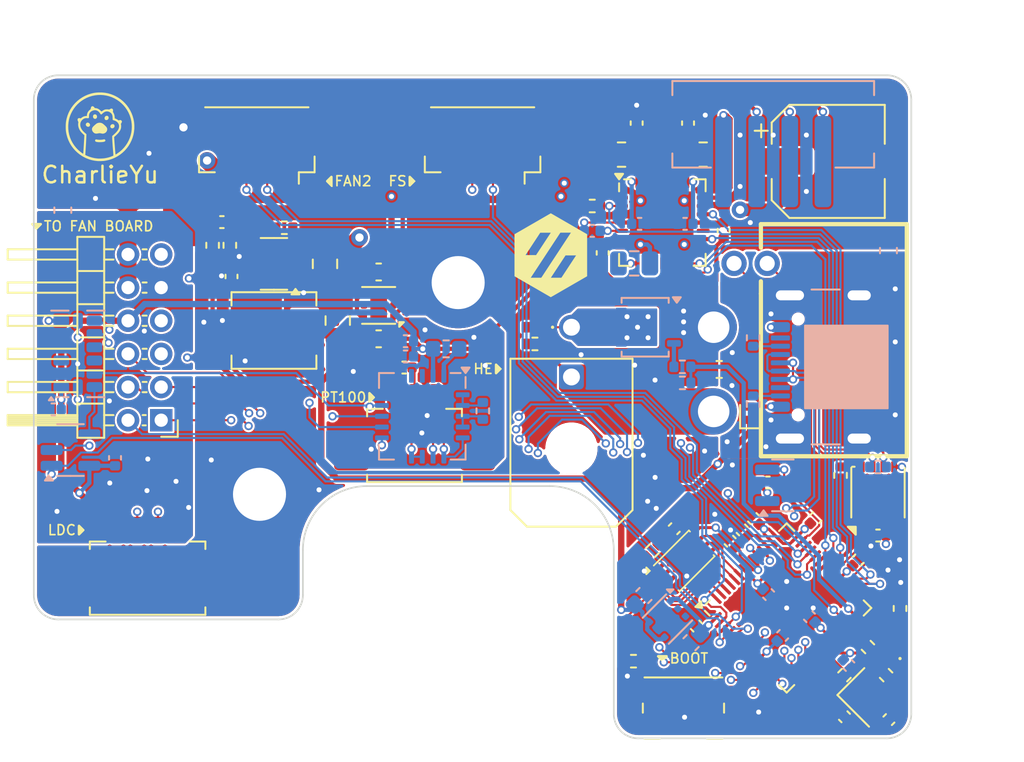
<source format=kicad_pcb>
(kicad_pcb (version 20240108) (generator "pcbnew") (generator_version "8.0")
  (layers (0 "F.Cu" mixed) (1 "In1.Cu" power) (2 "In2.Cu" mixed) (31 "B.Cu" mixed) (34 "B.Paste" user) (35 "F.Paste" user) (36 "B.SilkS" user "B.Silkscreen") (37 "F.SilkS" user "F.Silkscreen") (38 "B.Mask" user) (39 "F.Mask" user) (44 "Edge.Cuts" user))
  (net 0 "")
  (net 1 "/XIN")
  (net 2 "GND")
  (net 3 "+1V1")
  (net 4 "Net-(U4-VBST)")
  (net 5 "Net-(U4-SW)")
  (net 6 "+24V")
  (net 7 "PGND")
  (net 8 "+5V")
  (net 9 "Net-(D1-A)")
  (net 10 "Net-(D2-A)")
  (net 11 "Net-(U9-VDD)")
  (net 12 "/USB_D+")
  (net 13 "/USB_D-")
  (net 14 "Net-(D3-A)")
  (net 15 "/FAN0_PWM")
  (net 16 "/FAN0_DET")
  (net 17 "Net-(J4-Pin_2)")
  (net 18 "Net-(J4-Pin_3)")
  (net 19 "Net-(J4-Pin_1)")
  (net 20 "/FAN1_PWM")
  (net 21 "/FAN1_DET")
  (net 22 "/FAN2_PWM")
  (net 23 "/FAN2_DET")
  (net 24 "/NEO")
  (net 25 "/LDC_SCL")
  (net 26 "/LDC_SDA")
  (net 27 "/ADC0")
  (net 28 "/ADC1")
  (net 29 "Net-(Q1-G)")
  (net 30 "Net-(U1-RUN)")
  (net 31 "Net-(SW1-B)")
  (net 32 "/NOR_CS")
  (net 33 "/XOUT")
  (net 34 "Net-(U4-EN)")
  (net 35 "Net-(U4-VFB)")
  (net 36 "Net-(U3-STB)")
  (net 37 "Net-(U9-BIAS)")
  (net 38 "Net-(U9-ISENSOR)")
  (net 39 "/TMC_EN")
  (net 40 "/HEAT")
  (net 41 "/STATUS")
  (net 42 "/SPI0_CLK")
  (net 43 "/TMC_DIAG")
  (net 44 "/ADXL_INT1")
  (net 45 "/TMC_STEP")
  (net 46 "/ADXL_INT2")
  (net 47 "/NOR_D0")
  (net 48 "/SPI0_CS1")
  (net 49 "/SPI0_MOSI")
  (net 50 "/TEMP_A")
  (net 52 "/NOR_D1")
  (net 53 "/CAN_RX")
  (net 54 "/SPI0_MISO")
  (net 56 "/NOR_D2")
  (net 57 "/ENDSTOP0")
  (net 58 "/CAN_TX")
  (net 59 "/NOR_D3")
  (net 60 "/NOR_CLK")
  (net 61 "/TMC_DIR")
  (net 62 "/TMC_UART")
  (net 63 "/SPI0_CS2")
  (net 64 "/CAN_H")
  (net 65 "/CAN_L")
  (net 68 "Net-(C3-Pad1)")
  (net 69 "Net-(U6-VCP)")
  (net 70 "Net-(U6-CPO)")
  (net 71 "Net-(U6-CPI)")
  (net 72 "Net-(U6-5VOUT)")
  (net 73 "Net-(U6-BRA)")
  (net 74 "Net-(U6-BRB)")
  (net 75 "Net-(D2-K)")
  (net 77 "Net-(J2-CC2)")
  (net 79 "Net-(J2-CC1)")
  (net 80 "Net-(J3-Pin_1)")
  (net 81 "Net-(J3-Pin_4)")
  (net 82 "Net-(J3-Pin_2)")
  (net 83 "Net-(J3-Pin_3)")
  (net 91 "Net-(U8-SDA{slash}SDI{slash}SDIO)")
  (net 95 "/FS")
  (net 98 "+3V3A")
  (net 99 "+3V3B")
  (footprint "Button_Switch_SMD:Panasonic_EVQPUJ_EVQPUA" (layer "F.Cu") (at 118.875 131.84 180)
    (property "Reference" "SW1" (hide yes))
    (property "Value" "BOOT" (hide yes))
  )
  (footprint "Library:Molex_PicoBlade_53261-0471_1x04-1MP_P1.25mm_Horizontal" (layer "F.Cu") (at 86.551 123.502)
    (property "Reference" "J7" (hide yes))
    (property "Value" "LDC" (hide yes))
  )
  (footprint "Capacitor_SMD:C_0402_1005Metric" (layer "F.Cu") (at 91.031 102.522 180)
    (property "Reference" "C37" (hide yes))
    (property "Value" "47pF" (hide yes))
  )
  (footprint "Resistor_SMD:R_0402_1005Metric" (layer "F.Cu") (at 113.372392 101.550001)
    (property "Reference" "R14" (hide yes))
    (property "Value" "10K" (hide yes))
  )
  (footprint "Capacitor_SMD:C_0603_1608Metric" (layer "F.Cu") (at 100.4885 109.562 180)
    (property "Reference" "C36" (hide yes))
    (property "Value" "1uF" (hide yes))
  )
  (footprint "Resistor_SMD:R_0402_1005Metric" (layer "F.Cu") (at 117.000207 122.339794 -135)
    (property "Reference" "R2" (hide yes))
    (property "Value" "10K" (hide yes))
  )
  (footprint "Library:Molex_PicoBlade_53261-0371_1x03-1MP_P1.25mm_Horizontal" (layer "F.Cu") (at 102.651 115.497)
    (property "Reference" "J4" (hide yes))
    (property "Value" "PT100" (hide yes))
  )
  (footprint "Capacitor_SMD:C_0805_2012Metric" (layer "F.Cu") (at 98.021 108.462 90)
    (property "Reference" "C17" (hide yes))
    (property "Value" "22uF" (hide yes))
  )
  (footprint "Resistor_SMD:R_0402_1005Metric" (layer "F.Cu") (at 131.94 125.83 -90)
    (property "Reference" "R6" (hide yes))
    (property "Value" "430R" (hide yes))
  )
  (footprint "Library:AMASS_XT30PW-M_1x02_P2.50mm_Horizontal" (layer "F.Cu") (at 125.91 109.6518 90)
    (property "Reference" "J1" (hide yes))
    (property "Value" "XT30PB_IN" (hide yes))
  )
  (footprint "Capacitor_SMD:C_0402_1005Metric" (layer "F.Cu") (at 121.302392 103.030001 90)
    (property "Reference" "C21" (hide yes))
    (property "Value" "100nF" (hide yes))
  )
  (footprint "Library:USON-8_2.0x3.0mm_P0.5mm" (layer "F.Cu") (at 118.92 122.96 45)
    (property "Reference" "U2" (hide yes))
    (property "Value" "W25Q16JVUXIQ" (hide yes))
  )
  (footprint "Capacitor_SMD:C_0402_1005Metric" (layer "F.Cu") (at 119.655624 126.890991 135)
    (property "Reference" "C11" (hide yes))
    (property "Value" "100nF" (hide yes))
  )
  (footprint "Capacitor_SMD:C_0402_1005Metric" (layer "F.Cu") (at 131.26892 132.532214 -135)
    (property "Reference" "C3" (hide yes))
    (property "Value" "15pF" (hide yes))
  )
  (footprint "Capacitor_SMD:C_0402_1005Metric" (layer "F.Cu") (at 128.58892 132.363294 -45)
    (property "Reference" "C2" (hide yes))
    (property "Value" "15pF" (hide yes))
  )
  (footprint "Capacitor_SMD:C_0402_1005Metric" (layer "F.Cu") (at 129.417789 122.898816 45)
    (property "Reference" "C10" (hide yes))
    (property "Value" "100nF" (hide yes))
  )
  (footprint "Capacitor_SMD:C_0402_1005Metric" (layer "F.Cu") (at 126.872205 120.353232 45)
    (property "Reference" "C7" (hide yes))
    (property "Value" "100nF" (hide yes))
  )
  (footprint "Package_DFN_QFN:QFN-28-1EP_5x5mm_P0.5mm_EP3.75x3.75mm" (layer "F.Cu") (at 117.602392 102.550001)
    (property "Reference" "U6" (hide yes))
    (property "Value" "TMC2208-LA" (hide yes))
  )
  (footprint "Resistor_SMD:R_0402_1005Metric" (layer "F.Cu") (at 115.86 129.01)
    (property "Reference" "R3" (hide yes))
    (property "Value" "1K" (hide yes))
  )
  (footprint "Logos:Voron_Logo_Hex" (layer "F.Cu") (at 110.873 104.521)
    (property "Reference" "REF**" (hide yes))
    (property "Value" "Voron Hex" (hide yes))
  )
  (footprint "Inductor_SMD:L_0603_1608Metric" (layer "F.Cu") (at 121.032392 111.41 180)
    (property "Reference" "FB1" (hide yes))
    (property "Value" "120R@100MHz" (hide yes))
  )
  (footprint "Capacitor_SMD:C_0402_1005Metric" (layer "F.Cu") (at 122.414008 121.089104 135)
    (property "Reference" "C6" (hide yes))
    (property "Value" "1uF" (hide yes))
  )
  (footprint "Inductor_SMD:L_Chilisin_BMRA00040420" (layer "F.Cu") (at 94.171499 109.060501)
    (property "Reference" "L1" (hide yes))
    (property "Value" "10uH" (hide yes))
  )
  (footprint "Library:PAD" (layer "F.Cu") (at 117.585 113.9443)
    (property "Reference" "TP1" (hide yes))
    (property "Value" "PAD" (hide yes))
  )
  (footprint "Crystal:Crystal_SMD_2016-4Pin_2.0x1.6mm" (layer "F.Cu") (at 129.92892 131.192214 -45)
    (property "Reference" "Y1" (hide yes))
    (property "Value" "12MHz" (hide yes))
  )
  (footprint "Capacitor_SMD:C_0402_1005Metric" (layer "F.Cu") (at 123.971 118.232)
    (property "Reference" "C34" (hide yes))
    (property "Value" "100nF" (hide yes))
  )
  (footprint "Resistor_SMD:R_0402_1005Metric" (layer "F.Cu") (at 131.1 129.852214 135)
    (property "Reference" "R5" (hide yes))
    (property "Value" "1K" (hide yes))
  )
  (footprint "Capacitor_SMD:C_0402_1005Metric" (layer "F.Cu") (at 102.026 111.297 180)
    (property "Reference" "C33" (hide yes))
    (property "Value" "10nF" (hide yes))
  )
  (footprint "Package_SON:WSON-6-1EP_2x2mm_P0.65mm_EP1x1.6mm" (layer "F.Cu") (at 100.4885 107.547 180)
    (property "Reference" "U11" (hide yes))
    (property "Value" "LP5912-3.3DRV" (hide yes))
  )
  (footprint "Capacitor_SMD:C_0402_1005Metric" (layer "F.Cu") (at 114.002392 104.38 90)
    (property "Reference" "C20" (hide yes))
    (property "Value" "100nF" (hide yes))
  )
  (footprint "Capacitor_SMD:CP_Elec_6.3x7.7" (layer "F.Cu") (at 127.61 98.86)
    (property "Reference" "C22" (hide yes))
    (property "Value" "100uF" (hide yes))
  )
  (footprint "Capacitor_SMD:C_0402_1005Metric" (layer "F.Cu") (at 123.099808 120.403304 135)
    (property "Reference" "C13" (hide yes))
    (property "Value" "1uF" (hide yes))
  )
  (footprint "Capacitor_SMD:C_0805_2012Metric" (layer "F.Cu") (at 97.251 105.041999 -90)
    (property "Reference" "C16" (hide yes))
    (property "Value" "10uF" (hide yes))
  )
  (footprint "Resistor_SMD:R_0402_1005Metric" (layer "F.Cu") (at 109.916 109.872)
    (property "Reference" "R18" (hide yes))
    (property "Value" "2.2K" (hide yes))
  )
  (footprint "Package_DFN_QFN:QFN-56-1EP_7x7mm_P0.4mm_EP3.2x3.2mm" (layer "F.Cu") (at 125.102392 125.8 45)
    (property "Reference" "U1" (hide yes))
    (property "Value" "RP2040" (hide yes))
  )
  (footprint "Resistor_SMD:R_0402_1005Metric" (layer "F.Cu") (at 90.471 103.922 -90)
    (property "Reference" "R12" (hide yes))
    (property "Value" "100K" (hide yes))
  )
  (footprint "Library:Molex_Micro-Fit_3.0_43045-0200_2x01_P3.00mm_Horizontal" (layer "F.Cu") (at 112.12 111.8643 180)
    (property "Reference" "J5" (hide yes))
    (property "Value" "Hotend" (hide yes))
  )
  (footprint "Capacitor_SMD:C_0603_1608Metric" (layer "F.Cu") (at 100.4885 105.532)
    (property "Reference" "C35" (hide yes))
    (property "Value" "2.2uF" (hide yes))
  )
  (footprint "Connector_Molex:Molex_PicoBlade_53398-0471_1x04-1MP_P1.25mm_Vertical" (layer "F.Cu") (at 106.759 98.306 180)
    (property "Reference" "J8" (hide yes))
    (property "Value" "FS" (hide yes))
  )
  (footprint "Capacitor_SMD:C_0402_1005Metric" (layer "F.Cu") (at 121.691 121.772 135)
    (property "Reference" "C12" (hide yes))
    (property "Value" "100nF" (hide yes))
  )
  (footprint "Resistor_SMD:R_0805_2012Metric" (layer "F.Cu") (at 115.139892 98.45 180)
    (property "Reference" "R16" (hide yes))
    (property "Value" "11mR" (hide yes))
  )
  (footprint "MountingHole:MountingHole_3.2mm_M3_ISO14580_Pad" (layer "F.Cu") (at 93.301 118.943)
    (property "Reference" "H2" (hide yes))
    (property "Value" "M3" (hide yes))
  )
  (footprint "Logos:charlieyu" (layer "F.Cu") (at 83.685 96.774)
    (property "Reference" "RFF**" (hide yes))
    (property "Value" "CharlieYu" (hide yes))
  )
  (footprint "Library:PAD" (layer "F.Cu") (at 115.085 108.8643)
    (property "Reference" "TP2" (hide yes))
    (property "Value" "PAD" (hide yes))
  )
  (footprint "Capacitor_SMD:C_0402_1005Metric" (layer "F.Cu") (at 119.152392 96.55 90)
    (property "Reference" "C27" (hide yes))
    (property "Value" "100nF" (hide yes))
  )
  (footprint "Resistor_SMD:R_0805_2012Metric" (layer "F.Cu") (at 120.064892 98.45)
    (property "Reference" "R15" (hide yes))
    (property "Value" "11mR" (hide yes))
  )
  (footprint "Capacitor_SMD:C_0402_1005Metric" (layer "F.Cu") (at 130.61 121.43 180)
    (property "Reference" "C14" (hide yes))
    (property "Value" "100nF" (hide yes))
  )
  (footprint "Capacitor_SMD:C_0402_1005Metric" (layer "F.Cu") (at 116.052392 96.55 90)
    (property "Reference" "C28" (hide yes))
    (property "Value" "100nF" (hide yes))
  )
  (footprint "LED_SMD:LED_0402_1005Metric" (layer "F.Cu") (at 131.94 127.7604 90)
    (property "Reference" "D1" (hide yes))
    (property "Value" "LED" (hide yes))
  )
  (footprint "Resistor_SMD:R_0402_1005Metric" (layer "F.Cu") (at 91.511 103.922 -90)
    (property "Reference" "R13" (hide yes))
    (property "Value" "13.3K" (hide yes))
  )
  (footprint "Package_TO_SOT_SMD:SOT-23-6" (layer "F.Cu") (at 94.171499 105.041999 180)
    (property "Reference" "U4" (hide yes))
    (property "Value" "TPS54302" (hide yes))
  )
  (footprint "LED_SMD:LED_0402_1005Metric" (layer "F.Cu") (at 109.891 108.8643 180)
    (property "Reference" "D2" (hide yes))
    (property "Value" "LED" (hide yes))
  )
  (footprint "MountingHole:MountingHole_3.2mm_M3_ISO14580_Pad" (layer "F.Cu") (at 105.285 106.172)
    (property "Reference" "H1" (hide yes))
    (property "Value" "M3" (hide yes))
  )
  (footprint "Diode_SMD:D_SOD-882D" (layer "F.Cu") (at 122.902392 114.05 90)
    (property "Reference" "D3" (hide yes))
    (property "Value" "D_Schottky" (hide yes))
  )
  (footprint "Resistor_SMD:R_0402_1005Metric" (layer "F.Cu") (at 128.588919 129.852214 45)
    (property "Reference" "R4" (hide yes))
    (property "Value" "NC" (hide yes))
  )
  (footprint "Connector_PinHeader_2.00mm:PinHeader_2x06_P2.00mm_Horizontal" (layer "F.Cu") (at 87.371142 114.473 180)
    (property "Reference" "J9" (hide yes))
    (property "Value" "FAN" (hide yes))
  )
  (footprint "Capacitor_SMD:C_0402_1005Metric" (layer "F.Cu") (at 118.321007 121.018994 45)
    (property "Reference" "C1" (hide yes))
    (property "Value" "100nF" (hide yes))
  )
  (footprint "Capacitor_SMD:C_0402_1005Metric" (layer "F.Cu") (at 91.611 105.802 -90)
    (property "Reference" "C15" (hide yes))
    (property "Value" "100nF" (hide yes))
  )
  (footprint "Resistor_SMD:R_0402_1005Metric" (layer "F.Cu") (at 128.352392 117.799999 -90)
    (property "Reference" "R10" (hide yes))
    (property "Value" "10K" (hide yes))
  )
  (footprint "Resistor_SMD:R_0402_1005Metric" (layer "F.Cu") (at 94.798999 102.862 180)
    (property "Reference" "R11" (hide yes))
    (property "Value" "10K" (hide yes))
  )
  (footprint "Resistor_SMD:R_0402_1005Metric" (layer "F.Cu") (at 130.004688 128.156711 135)
    (property "Reference" "R1" (hide yes))
    (property "Value" "1K" (hide yes))
  )
  (footprint "Package_DFN_QFN:DFN-8-1EP_3x3mm_P0.65mm_EP1.55x2.4mm" (layer "F.Cu") (at 130.61 118.84 90)
    (property "Reference" "U3" (hide yes))
    (property "Value" "TJA1042TK-3" (hide yes))
  )
  (footprint "Connector_Molex:Molex_PicoBlade_53398-0471_1x04-1MP_P1.25mm_Vertical" (layer "F.Cu") (at 93.139 98.306 180)
    (property "Reference" "J6" (hide yes))
    (property "Value" "FAN2" (hide yes))
  )
  (footprint "Capacitor_SMD:C_0402_1005Metric" (layer "B.Cu") (at 124.012702 124.993153 -45)
    (property "Reference" "C5" (hide yes))
    (property "Value" "100nF" (hide yes))
  )
  (footprint "Package_DFN_QFN:TQFN-20-1EP_5x5mm_P0.65mm_EP3.25x3.25mm" (layer "B.Cu") (at 103.121 114.237001 180)
    (property "Reference" "U9" (hide yes))
    (property "Value" "MAX31865xTP" (hide yes))
  )
  (footprint "Resistor_SMD:R_0402_1005Metric" (layer "B.Cu") (at 106.771 113.912001 90)
    (property "Reference" "R17" (hide yes))
    (property "Value" "430R" (hide yes))
  )
  (footprint "Capacitor_SMD:C_0402_1005Metric" (layer "B.Cu") (at 84.585 116.742 90)
    (property "Reference" "C30" (hide yes))
    (property "Value" "100nF" (hide yes))
  )
  (footprint "Capacitor_SMD:C_0402_1005Metric" (layer "B.Cu") (at 102.111 110.627001 180)
    (property "Reference" "C31" (hide yes))
    (property "Value" "1uF" (hide yes))
  )
  (footprint "Capacitor_SMD:C_0402_1005Metric" (layer "B.Cu") (at 116.230792 102.627501)
    (property "Reference" "C23" (hide yes))
    (property "Value" "100nF" (hide yes))
  )
  (footprint "Resistor_SMD:R_0402_1005Metric" (layer "B.Cu") (at 123.081392 109.500001 -90)
    (property "Reference" "R9" (hide yes))
    (property "Value" "5.1K" (hide yes))
  )
  (footprint "Resistor_SMD:R_0402_1005Metric" (layer "B.Cu") (at 130.61 117.2925)
    (property "Reference" "R7" (hide yes))
    (property "Value" "120R/TBD" (hide yes))
  )
  (footprint "Capacitor_SMD:C_0402_1005Metric" (layer "B.Cu") (at 124.86123 127.455375 45)
    (property "Reference" "C9" (hide yes))
    (property "Value" "100nF" (hide yes))
  )
  (footprint "Capacitor_SMD:C_0402_1005Metric" (layer "B.Cu") (at 126.474925 126.324004 135)
    (property "Reference" "C4" (hide yes))
    (property "Value" "100nF" (hide yes))
  )
  (footprint "Capacitor_SMD:C_0402_1005Metric" (layer "B.Cu") (at 102.111 109.707001 180)
    (property "Reference" "C32" (hide yes))
    (property "Value" "100nF" (hide yes))
  )
  (footprint "Inductor_SMD:L_0603_1608Metric" (layer "B.Cu") (at 104.558502 110.167001)
    (property "Reference" "FB4" (hide yes))
    (property "Value" "120R@100MHz" (hide yes))
  )
  (footprint "Library:JST_PH_B4B-PH-SM4-TB_1x04-1MP_P2.00mm_Vertical" (layer "B.Cu") (at 124.291 98.372 180)
    (property "Reference" "J3" (hide yes))
    (property "Value" "Excluder" (hide yes))
  )
  (footprint "Capacitor_SMD:C_0805_2012Metric" (layer "B.Cu") (at 115.902393 105.012501)
    (property "Reference" "C26" (hide yes))
    (property "Value" "4.7uF" (hide yes))
  )
  (footprint "Inductor_SMD:L_0603_1608Metric" (layer "B.Cu") (at 131.242392 104.24 90)
    (property "Reference" "FB2" (hide yes))
    (property "Value" "120R@100MHz" (hide yes))
  )
  (footprint "Package_TO_SOT_SMD:SOT-23" (layer "B.Cu") (at 124.871 118.402)
    (property "Reference" "U10" (hide yes))
    (property "Value" "TMP235A2" (hide yes))
  )
  (footprint "Inductor_SMD:L_0603_1608Metric" (layer "B.Cu") (at 81.435 101.8032 90)
    (property "Reference" "FB3" (hide yes))
    (property "Value" "120R@100MHz" (hide yes))
  )
  (footprint "Capacitor_SMD:C_0603_1608Metric" (layer "B.Cu") (at 116.488107 125.047731 45)
    (property "Reference" "C18" (hide yes))
    (property "Value" "2.2uF" (hide yes))
  )
  (footprint "Capacitor_SMD:C_0402_1005Metric" (layer "B.Cu") (at 80.863142 113.822 180)
    (property "Reference" "C29" (hide yes))
    (property "Value" "100nF" (hide yes))
  )
  (footprint "Capacitor_SMD:C_0402_1005Metric" (layer "B.Cu") (at 118.973992 102.627501 180)
    (property "Reference" "C24" (hide yes))
    (property "Value" "100nF" (hide yes))
  )
  (footprint "Capacitor_SMD:C_0402_1005Metric" (layer "B.Cu") (at 128.852104 129.266869 -45)
    (property "Reference" "C8" (hide yes))
    (property "Value" "100nF" (hide yes))
  )
  (footprint "Connector_USB:USB_C_Receptacle_GCT_USB4105-xx-A_16P_TopMnt_Horizontal" (layer "B.Cu") (at 128.402392 111.26 -90)
    (property "Reference" "J2" (hide yes))
    (property "Value" "USB_C_Receptacle_USB2.0_16P" (hide yes))
  )
  (footprint "Package_SON:WSON-6-1EP_2x2mm_P0.65mm_EP1x1.6mm" (layer "B.Cu") (at 117.910507 126.470131 -135)
    (property "Reference" "U5" (hide yes))
    (property "Value" "LP5912-3.3DRV" (hide yes))
  )
  (footprint "Resistor_SMD:R_0402_1005Metric" (layer "B.Cu") (at 118.81 111.252 180)
    (property "Reference" "R19" (hide yes))
    (property "Value" "1K" (hide yes))
  )
  (footprint "Package_TO_SOT_SMD:SOT-23-5" (layer "B.Cu") (at 81.8975 116.272)
    (property "Reference" "U7" (hide yes))
    (property "Value" "OR" (hide yes))
  )
  (footprint "Capacitor_SMD:C_0402_1005Metric" (layer "B.Cu") (at 113.372392 103.050001 180)
    (property "Reference" "C25" (hide yes))
    (property "Value" "22nF" (hide yes))
  )
  (footprint "Package_TO_SOT_SMD:LFPAK33" (layer "B.Cu") (at 116.765 108.8643 180)
    (property "Reference" "Q1" (hide yes))
    (property "Value" "BUK9M8R5-40EX" (hide yes))
  )
  (footprint "Resistor_SMD:R_0402_1005Metric" (layer "B.Cu") (at 118.81 112.222 180)
    (property "Reference" "R20" (hide yes))
    (property "Value" "10K" (hide yes))
  )
  (footprint "Capacitor_SMD:C_0603_1608Metric" (layer "B.Cu") (at 119.332907 127.892531 -135)
    (property "Reference" "C19" (hide yes))
    (property "Value" "1uF" (hide yes))
  )
  (footprint "Resistor_SMD:R_0402_1005Metric" (layer "B.Cu") (at 123.081392 113.519999 90)
    (property "Reference" "R8" (hide yes))
    (property "Value" "5.1K" (hide yes))
  )
  (footprint "Package_LGA:LGA-14_3x5mm_P0.8mm_LayoutBorder1x6y" (layer "B.Cu") (at 82.343142 110.473)
    (property "Reference" "U8" (hide yes))
    (property "Value" "ADXL343" (hide yes))
  )
  (gr_rect (start 126.202392 108.76) (end 131.202392 113.76) (stroke (width 0.1)) (fill solid) (layer "B.SilkS"))
  (gr_poly (pts (xy 117.855858 128.713) (xy 117.601858 128.967) (xy 117.347858 128.713)) (stroke (width 0.15)) (fill solid) (layer "F.SilkS"))
  (gr_poly (pts (xy 99.932858 112.843) (xy 100.186858 113.097) (xy 99.932858 113.351)) (stroke (width 0.15)) (fill solid) (layer "F.SilkS"))
  (gr_poly (pts (xy 102.364 99.798) (xy 102.618 100.052) (xy 102.364 100.306)) (stroke (width 0.15)) (fill solid) (layer "F.SilkS"))
  (gr_poly (pts (xy 82.412 120.848) (xy 82.666 121.102) (xy 82.412 121.356)) (stroke (width 0.15)) (fill solid) (layer "F.SilkS"))
  (gr_poly (pts (xy 97.639 100.306) (xy 97.385 100.052) (xy 97.639 99.798)) (stroke (width 0.15)) (fill solid) (layer "F.SilkS"))
  (gr_poly (pts (xy 107.571 111.125) (xy 107.825 111.379) (xy 107.571 111.633)) (stroke (width 0.15)) (fill solid) (layer "F.SilkS"))
  (gr_poly (pts (xy 80.105142 102.645) (xy 79.851142 102.899) (xy 79.597142 102.645)) (stroke (width 0.15)) (fill solid) (layer "F.SilkS"))
  (gr_line (start 95.918965 122.31201) (end 95.918965 125.017819) (stroke (width 0.1)) (layer "Edge.Cuts"))
  (gr_line (start 131.147732 133.665) (end 116.145732 133.665) (stroke (width 0.1)) (layer "Edge.Cuts"))
  (gr_line (start 79.685 95.138866) (end 79.685 125.017819) (stroke (width 0.1)) (layer "Edge.Cuts"))
  (gr_arc (start 116.145732 133.665) (mid 115.103531 133.233326) (end 114.671866 132.191134) (stroke (width 0.1)) (layer "Edge.Cuts"))
  (gr_line (start 81.158866 126.491685) (end 94.445099 126.491685) (stroke (width 0.1)) (layer "Edge.Cuts"))
  (gr_line (start 99.783975 118.447) (end 110.806856 118.447) (stroke (width 0.1)) (layer "Edge.Cuts"))
  (gr_line (start 132.621598 132.191134) (end 132.621598 95.138866) (stroke (width 0.1)) (layer "Edge.Cuts"))
  (gr_arc (start 132.621598 132.191134) (mid 132.189915 133.233326) (end 131.147732 133.665) (stroke (width 0.1)) (layer "Edge.Cuts"))
  (gr_arc (start 95.918965 122.31201) (mid 97.050999 119.579027) (end 99.783975 118.447) (stroke (width 0.1)) (layer "Edge.Cuts"))
  (gr_arc (start 81.158866 126.491685) (mid 80.116702 126.059988) (end 79.685 125.017819) (stroke (width 0.1)) (layer "Edge.Cuts"))
  (gr_arc (start 131.147724 93.665) (mid 132.189908 94.096682) (end 132.62159 95.138866) (stroke (width 0.1)) (layer "Edge.Cuts"))
  (gr_line (start 81.158866 93.665) (end 131.147724 93.665) (stroke (width 0.1)) (layer "Edge.Cuts"))
  (gr_arc (start 95.918965 125.017819) (mid 95.487273 126.059987) (end 94.445099 126.491685) (stroke (width 0.1)) (layer "Edge.Cuts"))
  (gr_arc (start 79.685 95.138866) (mid 80.116695 94.096695) (end 81.158866 93.665) (stroke (width 0.1)) (layer "Edge.Cuts"))
  (gr_arc (start 110.806856 118.447) (mid 113.539859 119.57902) (end 114.671866 122.31201) (stroke (width 0.1)) (layer "Edge.Cuts"))
  (gr_line (start 114.671866 132.191134) (end 114.671866 122.31201) (stroke (width 0.1)) (layer "Edge.Cuts"))
  (gr_text "HE" (at 107.444 111.379 0) (layer "F.SilkS") (effects (font (size 0.6 0.6) (thickness 0.1) (bold yes)) (justify right)))
  (gr_text "FAN2" (at 97.766 100.052 0) (layer "F.SilkS") (effects (font (size 0.6 0.6) (thickness 0.1) (bold yes)) (justify left)))
  (gr_text "TO FAN BOARD" (at 80.232142 102.772 0) (layer "F.SilkS") (effects (font (size 0.6 0.6) (thickness 0.1) (bold yes)) (justify left)))
  (gr_text "FS" (at 102.237 100.052 0) (layer "F.SilkS") (effects (font (size 0.6 0.6) (thickness 0.1) (bold yes)) (justify right)))
  (gr_text "PT100" (at 99.805858 113.097 0) (layer "F.SilkS") (effects (font (size 0.6 0.6) (thickness 0.1) (bold yes)) (justify right)))
  (gr_text "BOOT" (at 117.982858 128.84 0) (layer "F.SilkS") (effects (font (size 0.6 0.6) (thickness 0.1) (bold yes)) (justify left)))
  (gr_text "LDC" (at 82.285 121.102 0) (layer "F.SilkS") (effects (font (size 0.6 0.6) (thickness 0.1) (bold yes)) (justify right)))
  (segment (start 129.045037 131.02958) (end 128.228295 130.212838) (width 0.127) (layer "F.Cu") (net 1))
  (segment (start 127.108807 128.654944) (end 128.228295 129.774432) (width 0.127) (layer "F.Cu") (net 1))
  (segment (start 129.045037 131.086148) (end 129.045037 131.02958) (width 0.127) (layer "F.Cu") (net 1))
  (segment (start 129.045037 131.086148) (end 129.045037 131.228355) (width 0.127) (layer "F.Cu") (net 1))
  (segment (start 128.228295 129.774432) (end 128.228295 130.212838) (width 0.127) (layer "F.Cu") (net 1))
  (segment (start 129.045037 131.228355) (end 128.249509 132.023883) (width 0.127) (layer "F.Cu") (net 1))
  (segment (start 118.602392 105.012501) (end 118.602392 103.550001) (width 0.254) (layer "F.Cu") (net 2))
  (segment (start 101.2635 100.972) (end 101.2635 105.532) (width 0.381) (layer "F.Cu") (net 2))
  (segment (start 100.4885 106.307) (end 101.2635 105.532) (width 0.254) (layer "F.Cu") (net 2))
  (segment (start 120.064891 102.550001) (end 117.602392 102.550001) (width 0.254) (layer "F.Cu") (net 2))
  (segment (start 118.602392 103.550001) (end 117.602392 102.550001) (width 0.254) (layer "F.Cu") (net 2))
  (segment (start 116.602392 103.550001) (end 117.602392 102.550001) (width 0.254) (layer "F.Cu") (net 2))
  (segment (start 117.102392 105.012501) (end 117.102392 103.050001) (width 0.254) (layer "F.Cu") (net 2))
  (segment (start 100.4885 107.547) (end 100.4885 106.307) (width 0.254) (layer "F.Cu") (net 2))
  (segment (start 120.064891 102.550001) (end 121.302392 102.550001) (width 0.254) (layer "F.Cu") (net 2))
  (segment (start 99.601 107.547) (end 100.4885 107.547) (width 0.254) (layer "F.Cu") (net 2))
  (segment (start 115.139892 102.050001) (end 117.102392 102.050001) (width 0.254) (layer "F.Cu") (net 2))
  (segment (start 117.102392 103.050001) (end 117.602392 102.550001) (width 0.254) (layer "F.Cu") (net 2))
  (segment (start 116.602392 105.012501) (end 116.602392 103.550001) (width 0.254) (layer "F.Cu") (net 2))
  (segment (start 117.102392 102.050001) (end 117.602392 102.550001) (width 0.254) (layer "F.Cu") (net 2))
  (via (at 111.685 100.172) (size 0.5) (drill 0.3) (layers "F.Cu" "B.Cu") (net 2))
  (via (at 103.415 114.192) (size 0.5) (drill 0.3) (layers "F.Cu" "B.Cu") (net 2))
  (via (at 115.492392 129.91) (size 0.5) (drill 0.3) (layers "F.Cu" "B.Cu") (net 2))
  (via (at 116.281592 103.870801) (size 0.5) (drill 0.3) (layers "F.Cu" "B.Cu") (net 2))
  (via (at 131.215 123.512) (size 0.5) (drill 0.3) (layers "F.Cu" "B.Cu") (net 2))
  (via (at 106.921 111.172) (size 0.5) (drill 0.3) (layers "F.Cu" "B.Cu") (net 2))
  (via (at 118.923192 101.229201) (size 0.5) (drill 0.3) (layers "F.Cu" "B.Cu") (net 2))
  (via (at 125.102392 124.2) (size 0.5) (drill 0.3) (layers "F.Cu" "B.Cu") (net 2))
  (via (at 89.027 119.7356) (size 0.5) (drill 0.3) (layers "F.Cu" "B.Cu") (net 2))
  (via (at 124.157392 108.06) (size 0.5) (drill 0.3) (layers "F.Cu" "B.Cu") (net 2))
  (via (at 131.652392 114.15) (size 0.5) (drill 0.3) (layers "F.Cu" "B.Cu") (net 2))
  (via (at 121.819893 110.394) (size 0.5) (drill 0.3) (layers "F.Cu" "B.Cu") (net 2))
  (via (at 81.085 119.972) (size 0.5) (drill 0.3) (layers "F.Cu" "B.Cu") (net 2))
  (via (at 82.335 111.072) (size 0.5) (drill 0.3) (layers "F.Cu" "B.Cu") (net 2))
  (via (at 123.412392 132.08) (size 0.5) (drill 0.3) (layers "F.Cu" "B.Cu") (net 2))
  (via (at 120.766 120.147) (size 0.5) (drill 0.3) (layers "F.Cu" "B.Cu") (net 2))
  (via (at 100.041 116.222) (size 0.5) (drill 0.3) (layers "F.Cu" "B.Cu") (net 2))
  (via (at 86.351542 109.093) (size 0.5) (drill 0.3) (layers "F.Cu" "B.Cu") (net 2))
  (via (at 125.102392 125.8) (size 0.5) (drill 0.3) (layers "F.Cu" "B.Cu") (net 2))
  (via (at 84.243342 113.3094) (size 0.5) (drill 0.3) (layers "F.Cu" "B.Cu") (net 2))
  (via (at 119.0752 123.8758) (size 0.5) (drill 0.3) (layers "F.Cu" "B.Cu") (net 2))
  (via (at 88.265 118.1608) (size 0.5) (drill 0.3) (layers "F.Cu" "B.Cu") (net 2))
  (via (at 103.095 115.242) (size 0.5) (drill 0.3) (layers "F.Cu" "B.Cu") (net 2))
  (via (at 121.511 115.772) (size 0.5) (drill 0.3) (layers "F.Cu" "B.Cu") (net 2))
  (via (at 124.157392 114.46) (size 0.5) (drill 0.3) (layers "F.Cu" "B.Cu") (net 2))
  (via (at 118.942392 132.39) (size 0.5) (drill 0.3) (layers "F.Cu" "B.Cu") (net 2))
  (via (at 121.801 112.382) (size 0.5) (drill 0.3) (layers "F.Cu" "B.Cu") (net 2))
  (via (at 116.5133 123.572) (size 0.5) (drill 0.3) (layers "F.Cu" "B.Cu") (net 2))
  (via (at 123.850992 116.072) (size 0.5) (drill 0.3) (layers "F.Cu" "B.Cu") (net 2))
  (via (at 101.2635 100.972) (size 0.5) (drill 0.3) (layers "F.Cu" "B.Cu") (net 2))
  (via (at 106.235 109.472) (size 0.5) (drill 0.3) (layers "F.Cu" "B.Cu") (net 2))
  (via (at 130.185 122.062) (size 0.5) (drill 0.3) (layers "F.Cu" "B.Cu") (net 2))
  (via (at 126.702392 125.8) (size 0.5) (drill 0.3) (layers "F.Cu" "B.Cu") (net 2))
  (via (at 121.716 121.097) (size 0.5) (drill 0.3) (layers "F.Cu" "B.Cu") (net 2))
  (via (at 116.281592 101.229201) (size 0.5) (drill 0.3) (layers "F.Cu" "B.Cu") (net 2))
  (via (at 103.285 109.022) (size 0.5) (drill 0.3) (layers "F.Cu" "B.Cu") (net 2))
  (via (at 131.652392 109.75) (size 0.5) (drill 0.3) (layers "F.Cu" "B.Cu") (net 2))
  (via (at 131.982392 124.26) (size 0.5) (drill 0.3) (layers "F.Cu" "B.Cu") (net 2))
  (via (at 86.5632 116.8146) (size 0.5) (drill 0.3) (layers "F.Cu" "B.Cu") (net 2))
  (via (at 118.923192 103.870801) (size 0.5) (drill 0.3) (layers "F.Cu" "B.Cu") (net 2))
  (via (at 86.5124 118.7196) (size 0.5) (drill 0.3) (layers "F.Cu" "B.Cu") (net 2))
  (via (at 131.912392 122.89) (size 0.5) (drill 0.3) (layers "F.Cu" "B.Cu") (net 2))
  (via (at 84.268742 118.2624) (size 0.5) (drill 0.3) (layers "F.Cu" "B.Cu") (net 2))
  (via (at 131.652392 106.55) (size 0.5) (drill 0.3) (layers "F.Cu" "B.Cu") (net 2))
  (via (at 111.485 100.972) (size 0.5) (drill 0.3) (layers "F.Cu" "B.Cu") (net 2))
  (via (at 121.825 117.172) (size 0.5) (drill 0.3) (layers "F.Cu" "B.Cu") (net 2))
  (via (at 98.9584 111.5314) (size 0.5) (drill 0.3) (layers "F.Cu" "B.Cu") (net 2))
  (segment (start 116.852392 105.012501) (end 116.852392 104.033392) (width 0.254) (layer "B.Cu") (net 2))
  (segment (start 116.689801 103.870801) (end 116.852392 104.033392) (width 0.254) (layer "B.Cu") (net 2))
  (segment (start 101.631 110.337001) (end 101.631 111.037001) (width 0.254) (layer "B.Cu") (net 2))
  (segment (start 101.821 111.227001) (end 101.821 111.799501) (width 0.254) (layer "B.Cu") (net 2))
  (segment (start 101.631 111.037001) (end 101.821 111.227001) (width 0.254) (layer "B.Cu") (net 2))
  (segment (start 101.631 110.627001) (end 101.631 109.707001) (width 0.254) (layer "B.Cu") (net 2))
  (segment (start 116.281592 103.870801) (end 116.689801 103.870801) (width 0.254) (layer "B.Cu") (net 2))
  (segment (start 124.593431 122.745454) (end 124.593431 123.073202) (width 0.1778) (layer "F.Cu") (net 3))
  (segment (start 123.276492 121.428515) (end 122.753419 121.428515) (width 0.1778) (layer "F.Cu") (net 3))
  (segment (start 124.593431 123.073202) (end 123.343091 124.323542) (width 0.1778) (layer "F.Cu") (net 3))
  (segment (start 123.944505 122.096528) (end 123.276492 121.428515) (width 0.1778) (layer "F.Cu") (net 3))
  (segment (start 122.530291 123.510742) (end 123.343091 124.323542) (width 0.1778) (layer "F.Cu") (net 3))
  (segment (start 127.957336 127.806415) (end 127.144536 126.993615) (width 0.1778) (layer "F.Cu") (net 3))
  (segment (start 123.944505 122.096528) (end 124.593431 122.745454) (width 0.1778) (layer "F.Cu") (net 3))
  (via (at 123.343091 124.323542) (size 0.5) (drill 0.3) (layers "F.Cu" "B.Cu") (net 3))
  (via (at 127.144536 126.993615) (size 0.5) (drill 0.3) (layers "F.Cu" "B.Cu") (net 3))
  (segment (start 123.343091 124.323542) (end 123.673291 124.653742) (width 0.1778) (layer "B.Cu") (net 3))
  (segment (start 126.814336 126.663415) (end 127.144536 126.993615) (width 0.1778) (layer "B.Cu") (net 3))
  (segment (start 91.611 105.322) (end 92.280998 105.991998) (width 0.254) (layer "F.Cu") (net 4))
  (segment (start 92.280998 105.991998) (end 93.033999 105.991998) (width 0.254) (layer "F.Cu") (net 4))
  (segment (start 111.091 110.8353) (end 111.091 110.537) (width 0.1778) (layer "F.Cu") (net 6))
  (segment (start 122.291499 101.780502) (end 124.182498 101.780502) (width 0.762) (layer "F.Cu") (net 6))
  (segment (start 124.182498 101.780502) (end 124.91 101.053) (width 0.762) (layer "F.Cu") (net 6))
  (segment (start 97.251 104.092) (end 98.691 104.092) (width 1.016) (layer "F.Cu") (net 6))
  (segment (start 112.12 111.8643) (end 111.091 110.8353) (width 0.1778) (layer "F.Cu") (net 6))
  (segment (start 119.453992 100.087501) (end 119.102392 100.087501) (width 0.254) (layer "F.Cu") (net 6))
  (segment (start 98.691 104.092) (end 99.331 103.452) (width 1.016) (layer "F.Cu") (net 6))
  (segment (start 111.091 110.537) (end 110.426 109.872) (width 0.1778) (layer "F.Cu") (net 6))
  (segment (start 115.750792 100.087501) (end 116.102392 100.087501) (width 0.254) (layer "F.Cu") (net 6))
  (segment (start 124.91 101.053) (end 124.91 98.86) (width 0.762) (layer "F.Cu") (net 6))
  (segment (start 90.889 99.556) (end 90.139 98.806) (width 1.016) (layer "F.Cu") (net 6))
  (via (at 90.139 98.806) (size 1) (drill 0.5) (layers "F.Cu" "B.Cu") (net 6))
  (via (at 122.291499 101.780502) (size 1) (drill 0.5) (layers "F.Cu" "B.Cu") (net 6))
  (via (at 99.331 103.452) (size 1) (drill 0.5) (layers "F.Cu" "B.Cu") (net 6))
  (via (at 115.750792 100.087501) (size 0.5) (drill 0.3) (layers "F.Cu" "B.Cu") (net 6))
  (via (at 119.453992 100.087501) (size 0.5) (drill 0.3) (layers "F.Cu" "B.Cu") (net 6))
  (segment (start 119.453992 100.087501) (end 119.453992 102.627501) (width 0.254) (layer "B.Cu") (net 6))
  (segment (start 115.750792 100.087501) (end 115.750792 102.627501) (width 0.254) (layer "B.Cu") (net 6))
  (segment (start 86.154142 96.806) (end 85.371142 97.589) (width 1.016) (layer "F.Cu") (net 7))
  (segment (start 85.371142 106.473) (end 85.371142 104.473) (width 1.016) (layer "F.Cu") (net 7))
  (segment (start 88.714 96.806) (end 86.154142 96.806) (width 1.016) (layer "F.Cu") (net 7))
  (segment (start 85.371142 97.589) (end 85.371142 104.473) (width 1.016) (layer "F.Cu") (net 7))
  (via (at 90.391 116.872) (size 0.5) (drill 0.3) (layers "F.Cu" "B.Cu") (net 7))
  (via (at 115.931 111.152) (size 0.5) (drill 0.3) (layers "F.Cu" "B.Cu") (net 7))
  (via (at 92.077 104.5972) (size 0.5) (drill 0.3) (layers "F.Cu" "B.Cu") (net 7))
  (via (at 118.8842 108.5393) (size 0.5) (drill 0.3) (layers "F.Cu" "B.Cu") (net 7))
  (via (at 92.4326 110.8964) (size 0.5) (drill 0.3) (layers "F.Cu" "B.Cu") (net 7))
  (via (at 126.291 100.672) (size 0.5) (drill 0.3) (layers "F.Cu" "B.Cu") (net 7))
  (via (at 91.0102 105.7656) (size 0.5) (drill 0.3) (layers "F.Cu" "B.Cu") (net 7))
  (via (at 95.9612 106.7816) (size 0.5) (drill 0.3) (layers "F.Cu" "B.Cu") (net 7))
  (via (at 116.052392 95.472) (size 0.5) (drill 0.3) (layers "F.Cu" "B.Cu") (net 7))
  (via (at 86.635 98.372) (size 0.5) (drill 0.3) (layers "F.Cu" "B.Cu") (net 7))
  (via (at 117.161 112.052) (size 0.5) (drill 0.3) (layers "F.Cu" "B.Cu") (net 7))
  (via (at 89.9434 108.5596) (size 0.5) (drill 0.3) (layers "F.Cu" "B.Cu") (net 7))
  (via (at 88.714 96.806) (size 1) (drill 0.5) (layers "F.Cu" "B.Cu") (net 7))
  (via (at 120.151 116.332) (size 0.5) (drill 0.3) (layers "F.Cu" "B.Cu") (net 7))
  (via (at 112.701 110.522) (size 0.5) (drill 0.3) (layers "F.Cu" "B.Cu") (net 7))
  (via (at 118.8842 107.8893) (size 0.5) (drill 0.3) (layers "F.Cu" "B.Cu") (net 7))
  (via (at 116.715 119.362) (size 0.5) (drill 0.3) (layers "F.Cu" "B.Cu") (net 7))
  (via (at 117.165 117.922) (size 0.5) (drill 0.3) (layers "F.Cu" "B.Cu") (net 7))
  (via (at 120.191 96.07) (size 0.5) (drill 0.3) (layers "F.Cu" "B.Cu") (net 7))
  (via (at 96.891 118.672) (size 0.5) (drill 0.3) (layers "F.Cu" "B.Cu") (net 7))
  (via (at 89.045942 105.918) (size 0.5) (drill 0.3) (layers "F.Cu" "B.Cu") (net 7))
  (via (at 83.407142 101.092) (size 0.5) (drill 0.3) (layers "F.Cu" "B.Cu") (net 7))
  (via (at 124.291 97.272) (size 0.5) (drill 0.3) (layers "F.Cu" "B.Cu") (net 7))
  (via (at 116.459 116.586) (size 0.5) (drill 0.3) (layers "F.Cu" "B.Cu") (net 7))
  (via (at 117.235 119.792) (size 0.5) (drill 0.3) (layers "F.Cu" "B.Cu") (net 7))
  (via (at 122.291 97.272) (size 0.5) (drill 0.3) (layers "F.Cu" "B.Cu") (net 7))
  (via (at 122.907599 102.551518) (size 0.5) (drill 0.3) (layers "F.Cu" "B.Cu") (net 7))
  (via (at 88.944342 110.6932) (size 0.5) (drill 0.3) (layers "F.Cu" "B.Cu") (net 7))
  (via (at 122.291 100.372) (size 0.5) (drill 0.3) (layers "F.Cu" "B.Cu") (net 7))
  (via (at 118.8842 109.1893) (size 0.5) (drill 0.3) (layers "F.Cu" "B.Cu") (net 7))
  (via (at 126.291 97.272) (size 0.5) (drill 0.3) (layers "F.Cu" "B.Cu") (net 7))
  (via (at 91.061 108.458) (size 0.5) (drill 0.3) (layers "F.Cu" "B.Cu") (net 7))
  (segment (start 97.241 111.9378) (end 98.021 111.1578) (width 0.381) (layer "F.Cu") (net 8))
  (segment (start 96.372998 109.411999) (end 96.0215 109.060501) (width 0.254) (layer "F.Cu") (net 8))
  (segment (start 97.028 112.1508) (end 92.5186 112.1508) (width 0.254) (layer "F.Cu") (net 8))
  (segment (start 97.028 117.059) (end 97.966 117.997) (width 0.381) (layer "F.Cu") (net 8))
  (segment (start 89.995 104.432) (end 90.471 104.432) (width 0.254) (layer "F.Cu") (net 8))
  (segment (start 99.413501 108.197) (end 99.181 107.964499) (width 0.254) (layer "F.Cu") (net 8))
  (segment (start 97.241 111.9378) (end 97.028 112.1508) (width 0.381) (layer "F.Cu") (net 8))
  (segment (start 115.121866 119.977866) (end 116.527732 118.572) (width 0.381) (layer "F.Cu") (net 8))
  (segment (start 98.386001 109.411999) (end 99.601 108.197) (width 0.254) (layer "F.Cu") (net 8))
  (segment (start 97.028 112.1508) (end 97.028 117.059) (width 0.381) (layer "F.Cu") (net 8))
  (segment (start 116.527732 118.572) (end 119.477646 118.572) (width 0.381) (layer "F.Cu") (net 8))
  (segment (start 131.111479 121.948479) (end 131.09 121.927) (width 0.254) (layer "F.Cu") (net 8))
  (segment (start 115.121866 119.977866) (end 115.121866 125.912) (width 0.381) (layer "F.Cu") (net 8))
  (segment (start 131.09 121.927) (end 131.09 121.43) (width 0.254) (layer "F.Cu") (net 8))
  (segment (start 99.601 108.197) (end 99.413501 108.197) (width 0.254) (layer "F.Cu") (net 8))
  (segment (start 131.09 120.987) (end 131.09 121.43) (width 0.254) (layer "F.Cu") (net 8))
  (segment (start 122.902392 115.147254) (end 122.902392 114.45) (width 0.381) (layer "F.Cu") (net 8))
  (segment (start 119.477646 118.572) (end 120.941323 117.108323) (width 0.381) (layer "F.Cu") (net 8))
  (segment (start 99.601 106.897) (end 99.601 105.6445) (width 0.254) (layer "F.Cu") (net 8))
  (segment (start 89.835 104.272) (end 89.995 104.432) (width 0.254) (layer "F.Cu") (net 8))
  (segment (start 130.935 120.39) (end 130.935 120.832) (width 0.254) (layer "F.Cu") (net 8))
  (segment (start 130.935 120.832) (end 131.09 120.987) (width 0.254) (layer "F.Cu") (net 8))
  (segment (start 89.835 102.722) (end 89.835 104.272) (width 0.254) (layer "F.Cu") (net 8))
  (segment (start 99.426 106.897) (end 99.601 106.897) (width 0.254) (layer "F.Cu") (net 8))
  (segment (start 98.021 111.1578) (end 98.021 109.411999) (width 0.381) (layer "F.Cu") (net 8))
  (segment (start 99.181 107.964499) (end 99.181 107.142) (width 0.254) (layer "F.Cu") (net 8))
  (segment (start 90.035 102.522) (end 89.835 102.722) (width 0.254) (layer "F.Cu") (net 8))
  (segment (start 97.966 117.997) (end 113.141 117.997) (width 0.381) (layer "F.Cu") (net 8))
  (segment (start 92.5186 112.1508) (end 90.471 110.1032) (width 0.254) (layer "F.Cu") (net 8))
  (segment (start 99.601 105.6445) (end 99.7135 105.532) (width 0.254) (layer "F.Cu") (net 8))
  (segment (start 99.181 107.142) (end 99.426 106.897) (width 0.254) (layer "F.Cu") (net 8))
  (segment (start 120.941323 117.108323) (end 122.902392 115.147254) (width 0.381) (layer "F.Cu") (net 8))
  (segment (start 98.021 109.411999) (end 98.386001 109.411999) (width 0.254) (layer "F.Cu") (net 8))
  (segment (start 98.021 109.411999) (end 96.372998 109.411999) (width 0.254) (layer "F.Cu") (net 8))
  (segment (start 90.471 110.1032) (end 90.471 104.431999) (width 0.254) (layer "F.Cu") (net 8))
  (segment (start 90.551 102.522) (end 90.035 102.522) (width 0.254) (layer "F.Cu") (net 8))
  (segment (start 113.141 117.997) (end 115.121866 119.977866) (width 0.381) (layer "F.Cu") (net 8))
  (via (at 131.09 121.938) (size 0.5) (drill 0.3) (layers "F.Cu" "B.Cu") (net 8))
  (via (at 115.121866 125.912) (size 0.5) (drill 0.3) (layers "F.Cu" "B.Cu") (net 8))
  (via (at 120.941323 117.108323) (size 0.5) (drill 0.3) (layers "F.Cu" "B.Cu") (net 8))
  (segment (start 115.940099 125.595739) (end 115.623838 125.912) (width 0.254) (layer "B.Cu") (net 8))
  (segment (start 115.940099 125.595739) (end 116.402392 126.058032) (width 0.254) (layer "B.Cu") (net 8))
  (segment (start 117.609987 127.68989) (end 117.286698 127.68989) (width 0.254) (layer "B.Cu") (net 8))
  (segment (start 117.286698 127.68989) (end 116.690748 127.09394) (width 0.254) (layer "B.Cu") (net 8))
  (segment (start 116.690747 126.770652) (end 116.690748 127.09394) (width 0.254) (layer "B.Cu") (net 8))
  (segment (start 116.402392 126.058032) (end 116.402392 126.217131) (width 0.254) (layer "B.Cu") (net 8))
  (segment (start 117.742569 127.557308) (end 117.609987 127.68989) (width 0.254) (layer "B.Cu") (net 8))
  (segment (start 116.402392 126.217131) (end 116.82333 126.638069) (width 0.254) (layer "B.Cu") (net 8))
  (segment (start 116.82333 126.638069) (end 116.690747 126.770652) (width 0.254) (layer "B.Cu") (net 8))
  (segment (start 115.623838 125.912) (end 115.121866 125.912) (width 0.254) (layer "B.Cu") (net 8))
  (segment (start 131.94 126.34) (end 131.94 127.2754) (width 0.127) (layer "F.Cu") (net 9))
  (segment (start 109.406 109.872) (end 109.406 108.8643) (width 0.127) (layer "F.Cu") (net 10))
  (segment (start 104.421 111.092003) (end 105.346002 110.167001) (width 0.254) (layer "B.Cu") (net 11))
  (segment (start 104.421 111.799501) (end 104.421 111.092003) (width 0.254) (layer "B.Cu") (net 11))
  (segment (start 104.421 111.799501) (end 104.421 111.262003) (width 0.254) (layer "B.Cu") (net 11))
  (segment (start 125.485 111.008561) (end 125.485 112.008867) (width 0.127) (layer "F.Cu") (net 12))
  (segment (start 125.353525 112.008867) (end 125.352392 112.01) (width 0.127) (layer "F.Cu") (net 12))
  (segment (start 122.896135 122.17953) (end 123.378819 122.662214) (width 0.127) (layer "F.Cu") (net 12))
  (via (at 125.073058 119.781663) (size 0.5) (drill 0.3) (layers "F.Cu" "B.Cu") (net 12))
  (via (at 122.896135 122.17953) (size 0.5) (drill 0.3) (layers "F.Cu" "B.Cu") (net 12))
  (via (at 125.485 111.008561) (size 0.5) (drill 0.3) (layers "F.Cu" "B.Cu") (net 12))
  (via (at 125.483867 112.01) (size 0.5) (drill 0.3) (layers "F.Cu" "B.Cu") (net 12))
  (segment (start 125.483561 111.01) (end 125.485 111.008561) (width 0.127) (layer "B.Cu") (net 12))
  (segment (start 126.759992 112.323128) (end 126.759992 119.083325) (width 0.127) (layer "B.Cu") (net 12))
  (segment (start 125.485 111.008561) (end 125.353525 111.008561) (width 0.127) (layer "B.Cu") (net 12))
  (segment (start 125.498872 119.6196) (end 125.336809 119.781663) (width 0.127) (layer "B.Cu") (net 12))
  (segment (start 124.732392 111.01) (end 125.483561 111.01) (width 0.127) (layer "B.Cu") (net 12))
  (segment (start 126.349264 111.9124) (end 126.759992 112.323128) (width 0.127) (layer "B.Cu") (net 12))
  (segment (start 125.336809 119.781663) (end 125.073058 119.781663) (width 0.127) (layer "B.Cu") (net 12))
  (segment (start 126.759992 119.083325) (end 126.223717 119.6196) (width 0.127) (layer "B.Cu") (net 12))
  (segment (start 125.692493 111.9124) (end 126.349264 111.9124) (width 0.127) (layer "B.Cu") (net 12))
  (segment (start 126.223717 119.6196) (end 125.498872 119.6196) (width 0.127) (layer "B.Cu") (net 12))
  (segment (start 124.732392 112.01) (end 125.594893 112.01) (width 0.127) (layer "B.Cu") (net 12))
  (segment (start 125.594893 112.01) (end 125.692493 111.9124) (width 0.127) (layer "B.Cu") (net 12))
  (segment (start 124.088106 122.805815) (end 123.661662 122.379371) (width 0.127) (layer "F.Cu") (net 13))
  (segment (start 124.088106 122.943972) (end 124.088106 122.805815) (width 0.127) (layer "F.Cu") (net 13))
  (via (at 125.552336 120.260941) (size 0.5) (drill 0.3) (layers "F.Cu" "B.Cu") (net 13))
  (via (at 124.088106 122.943972) (size 0.5) (drill 0.3) (layers "F.Cu" "B.Cu") (net 13))
  (segment (start 123.935 111.414608) (end 123.935 110.605392) (width 0.127) (layer "B.Cu") (net 13))
  (segment (start 124.030392 110.51) (end 124.732392 110.51) (width 0.127) (layer "B.Cu") (net 13))
  (segment (start 125.692493 111.6076) (end 125.594893 111.51) (width 0.127) (layer "B.Cu") (net 13))
  (segment (start 125.594893 111.51) (end 124.030392 111.51) (width 0.127) (layer "B.Cu") (net 13))
  (segment (start 125.552336 120.260941) (end 125.552336 119.99719) (width 0.127) (layer "B.Cu") (net 13))
  (segment (start 127.064792 119.209581) (end 127.064792 112.196872) (width 0.127) (layer "B.Cu") (net 13))
  (segment (start 125.552336 119.99719) (end 125.625126 119.9244) (width 0.127) (layer "B.Cu") (net 13))
  (segment (start 123.935 110.605392) (end 124.030392 110.51) (width 0.127) (layer "B.Cu") (net 13))
  (segment (start 124.030392 111.51) (end 123.935 111.414608) (width 0.127) (layer "B.Cu") (net 13))
  (segment (start 125.625126 119.9244) (end 126.349973 119.9244) (width 0.127) (layer "B.Cu") (net 13))
  (segment (start 126.47552 111.6076) (end 125.692493 111.6076) (width 0.127) (layer "B.Cu") (net 13))
  (segment (start 127.064792 112.196872) (end 126.47552 111.6076) (width 0.127) (layer "B.Cu") (net 13))
  (segment (start 126.349973 119.9244) (end 127.064792 119.209581) (width 0.127) (layer "B.Cu") (net 13))
  (segment (start 124.157392 113.65) (end 122.902392 113.65) (width 0.254) (layer "F.Cu") (net 14))
  (via (at 124.157392 108.86) (size 0.5) (drill 0.3) (layers "F.Cu" "B.Cu") (net 14))
  (via (at 124.157392 113.65) (size 0.5) (drill 0.3) (layers "F.Cu" "B.Cu") (net 14))
  (segment (start 123.158993 129.723298) (end 120.791 129.723298) (width 0.127) (layer "F.Cu") (net 15))
  (segment (start 87.371142 112.473) (end 91.097274 112.473) (width 0.127) (layer "F.Cu") (net 15))
  (segment (start 123.661662 129.220629) (end 123.158993 129.723298) (width 0.127) (layer "F.Cu") (net 15))
  (segment (start 91.097274 112.473) (end 92.672274 114.048) (width 0.127) (layer "F.Cu") (net 15))
  (via (at 120.791 129.723298) (size 0.5) (drill 0.3) (layers "F.Cu" "B.Cu") (net 15))
  (via (at 108.9747 115.622708) (size 0.5) (drill 0.3) (layers "F.Cu" "B.Cu") (net 15))
  (via (at 92.672274 114.048) (size 0.5) (drill 0.3) (layers "F.Cu" "B.Cu") (net 15))
  (via (at 115.0561 115.907435) (size 0.5) (drill 0.3) (layers "F.Cu" "B.Cu") (net 15))
  (segment (start 115.0561 115.907435) (end 115.0561 115.5571) (width 0.127) (layer "B.Cu") (net 15))
  (segment (start 115.0561 115.5571) (end 113.4782 113.9792) (width 0.127) (layer "B.Cu") (net 15))
  (segment (start 110.5838 113.9792) (end 113.4782 113.9792) (width 0.127) (layer "B.Cu") (net 15))
  (segment (start 108.9747 115.5883) (end 110.5838 113.9792) (width 0.127) (layer "B.Cu") (net 15))
  (segment (start 108.9747 115.622708) (end 108.9747 115.5883) (width 0.127) (layer "B.Cu") (net 15))
  (segment (start 123.841 130.172) (end 123.841661 130.172) (width 0.127) (layer "F.Cu") (net 16))
  (segment (start 91.59 114.473) (end 91.591 114.472) (width 0.127) (layer "F.Cu") (net 16))
  (segment (start 87.371142 114.473) (end 91.59 114.473) (width 0.127) (layer "F.Cu") (net 16))
  (segment (start 123.841661 130.172) (end 124.227347 129.786314) (width 0.127) (layer "F.Cu") (net 16))
  (segment (start 123.091 130.922) (end 123.841 130.172) (width 0.127) (layer "F.Cu") (net 16))
  (via (at 123.091 130.922) (size 0.5) (drill 0.3) (layers "F.Cu" "B.Cu") (net 16))
  (via (at 114.191 115.872) (size 0.5) (drill 0.3) (layers "F.Cu" "B.Cu") (net 16))
  (via (at 91.591 114.472) (size 0.5) (drill 0.3) (layers "F.Cu" "B.Cu") (net 16))
  (via (at 110.095 116.452) (size 0.5) (drill 0.3) (layers "F.Cu" "B.Cu") (net 16))
  (segment (start 111.549014 114.4364) (end 112.7554 114.4364) (width 0.127) (layer "B.Cu") (net 16))
  (segment (start 110.095 116.452) (end 110.095 115.890414) (width 0.127) (layer "B.Cu") (net 16))
  (segment (start 110.095 115.890414) (end 111.549014 114.4364) (width 0.127) (layer "B.Cu") (net 16))
  (segment (start 112.7554 114.4364) (end 114.191 115.872) (width 0.127) (layer "B.Cu") (net 16))
  (segment (start 102.651 112.672) (end 102.651 114.058) (width 0.127) (layer "F.Cu") (net 17))
  (segment (start 102.651 113.097) (end 102.651 111.442) (width 0.127) (layer "F.Cu") (net 17))
  (segment (start 103.771 115.178) (end 103.771 116.213603) (width 0.127) (layer "F.Cu") (net 17))
  (segment (start 102.651 114.058) (end 103.771 115.178) (width 0.127) (layer "F.Cu") (net 17))
  (segment (start 102.651 111.442) (end 102.506 111.297) (width 0.127) (layer "F.Cu") (net 17))
  (via (at 103.771 116.213603) (size 0.5) (drill 0.3) (layers "F.Cu" "B.Cu") (net 17))
  (segment (start 103.771 116.213603) (end 103.771 116.674501) (width 0.127) (layer "B.Cu") (net 17))
  (segment (start 103.901 114.238) (end 104.421 114.758) (width 0.127) (layer "F.Cu") (net 18))
  (segment (start 103.901 112.672) (end 103.901 114.238) (width 0.127) (layer "F.Cu") (net 18))
  (segment (start 104.421 114.758) (end 104.421 116.213603) (width 0.127) (layer "F.Cu") (net 18))
  (via (at 104.421 116.213603) (size 0.5) (drill 0.3) (layers "F.Cu" "B.Cu") (net 18))
  (segment (start 104.421 116.674501) (end 105.088499 116.674501) (width 0.127) (layer "B.Cu") (net 18))
  (segment (start 105.5585 116.2045) (end 105.5585 115.537001) (width 0.127) (layer "B.Cu") (net 18))
  (segment (start 104.421 116.213603) (end 104.421 116.674501) (width 0.127) (layer "B.Cu") (net 18))
  (segment (start 105.088499 116.674501) (end 105.5585 116.2045) (width 0.127) (layer "B.Cu") (net 18))
  (segment (start 101.401 111.442) (end 101.546 111.297) (width 0.127) (layer "F.Cu") (net 19))
  (segment (start 101.401 113.097) (end 101.401 111.442) (width 0.127) (layer "F.Cu") (net 19))
  (segment (start 101.401 113.472) (end 102.471 114.542) (width 0.127) (layer "F.Cu") (net 19))
  (segment (start 102.471 114.542) (end 102.471 116.213603) (width 0.127) (layer "F.Cu") (net 19))
  (segment (start 101.401 112.672) (end 101.401 113.472) (width 0.127) (layer "F.Cu") (net 19))
  (via (at 102.471 116.213603) (size 0.5) (drill 0.3) (layers "F.Cu" "B.Cu") (net 19))
  (segment (start 102.471 116.674501) (end 103.121 116.674501) (width 0.127) (layer "B.Cu") (net 19))
  (segment (start 102.471 116.213603) (end 102.471 116.674501) (width 0.127) (layer "B.Cu") (net 19))
  (segment (start 91.2808 113.4618) (end 92.641 114.822) (width 0.127) (layer "F.Cu") (net 20))
  (segment (start 123.309579 130.138398) (end 123.944505 129.503472) (width 0.127) (layer "F.Cu") (net 20))
  (segment (start 121.741 130.138398) (end 123.309579 130.138398) (width 0.127) (layer "F.Cu") (net 20))
  (segment (start 85.371142 112.473) (end 85.900342 112.473) (width 0.127) (layer "F.Cu") (net 20))
  (segment (start 85.900342 112.473) (end 86.889142 113.4618) (width 0.127) (layer "F.Cu") (net 20))
  (segment (start 86.889142 113.4618) (end 91.2808 113.4618) (width 0.127) (layer "F.Cu") (net 20))
  (via (at 114.641 116.422) (size 0.5) (drill 0.3) (layers "F.Cu" "B.Cu") (net 20))
  (via (at 92.641 114.822) (size 0.5) (drill 0.3) (layers "F.Cu" "B.Cu") (net 20))
  (via (at 109.531702 116.211731) (size 0.5) (drill 0.3) (layers "F.Cu" "B.Cu") (net 20))
  (via (at 121.741 130.138398) (size 0.5) (drill 0.3) (layers "F.Cu" "B.Cu") (net 20))
  (segment (start 110.8052 114.2078) (end 113.2368 114.2078) (width 0.127) (layer "B.Cu") (net 20))
  (segment (start 109.531702 116.211731) (end 109.531702 115.481298) (width 0.127) (layer "B.Cu") (net 20))
  (segment (start 113.2368 114.2078) (end 114.641 115.612) (width 0.127) (layer "B.Cu") (net 20))
  (segment (start 109.531702 115.481298) (end 110.8052 114.2078) (width 0.127) (layer "B.Cu") (net 20))
  (segment (start 114.641 115.612) (end 114.641 116.422) (width 0.127) (layer "B.Cu") (net 20))
  (segment (start 90.9006 111.6076) (end 93.341 114.048) (width 0.127) (layer "F.Cu") (net 21))
  (segment (start 85.371142 110.473) (end 86.505742 111.6076) (width 0.127) (layer "F.Cu") (net 21))
  (segment (start 122.442723 129.308198) (end 123.095977 128.654944) (width 0.127) (layer "F.Cu") (net 21))
  (segment (start 86.505742 111.6076) (end 90.9006 111.6076) (width 0.127) (layer "F.Cu") (net 21))
  (segment (start 122.291 129.308198) (end 122.442723 129.308198) (width 0.127) (layer "F.Cu") (net 21))
  (via (at 115.4712 116.393974) (size 0.5) (drill 0.3) (layers "F.Cu" "B.Cu") (net 21))
  (via (at 122.291 129.308198) (size 0.5) (drill 0.3) (layers "F.Cu" "B.Cu") (net 21))
  (via (at 93.341 114.048) (size 0.5) (drill 0.3) (layers "F.Cu" "B.Cu") (net 21))
  (via (at 108.777887 115.022155) (size 0.5) (drill 0.3) (layers "F.Cu" "B.Cu") (net 21))
  (segment (start 110.049442 113.7506) (end 108.777887 115.022155) (width 0.127) (layer "B.Cu") (net 21))
  (segment (start 113.8796 113.7506) (end 110.049442 113.7506) (width 0.127) (layer "B.Cu") (net 21))
  (segment (start 115.4712 116.393974) (end 115.4712 115.3422) (width 0.127) (layer "B.Cu") (net 21))
  (segment (start 115.4712 115.3422) (end 113.8796 113.7506) (width 0.127) (layer "B.Cu") (net 21))
  (segment (start 121.112237 125.733237) (end 121.461 126.082) (width 0.127) (layer "F.Cu") (net 22))
  (segment (start 120.142 125.3236) (end 120.551637 125.733237) (width 0.127) (layer "F.Cu") (net 22))
  (segment (start 121.461 126.330123) (end 121.116078 126.675045) (width 0.127) (layer "F.Cu") (net 22))
  (segment (start 121.461 126.082) (end 121.461 126.330123) (width 0.127) (layer "F.Cu") (net 22))
  (segment (start 120.551637 125.733237) (end 121.112237 125.733237) (width 0.127) (layer "F.Cu") (net 22))
  (segment (start 92.514 100.572) (end 92.514 99.181) (width 0.127) (layer "F.Cu") (net 22))
  (via (at 120.142 125.3236) (size 0.5) (drill 0.3) (layers "F.Cu" "B.Cu") (net 22))
  (via (at 92.514 100.572) (size 0.5) (drill 0.3) (layers "F.Cu" "B.Cu") (net 22))
  (segment (start 118.081042 116.167527) (end 118.7707 116.857186) (width 0.127) (layer "B.Cu") (net 22))
  (segment (start 116.3739 113.2874) (end 118.081042 114.994542) (width 0.127) (layer "B.Cu") (net 22))
  (segment (start 120.0124 121.441689) (end 121.3104 122.739689) (width 0.127) (layer "B.Cu") (net 22))
  (segment (start 121.3104 124.1552) (end 120.142 125.3236) (width 0.127) (layer "B.Cu") (net 22))
  (segment (start 118.081042 114.994542) (end 118.081042 116.167527) (width 0.127) (layer "B.Cu") (net 22))
  (segment (start 121.3104 122.739689) (end 121.3104 124.1552) (width 0.127) (layer "B.Cu") (net 22))
  (segment (start 118.7707 116.857186) (end 118.7707 118.048279) (width 0.127) (layer "B.Cu") (net 22))
  (segment (start 118.7707 118.048279) (end 120.0124 119.28998) (width 0.127) (layer "B.Cu") (net 22))
  (segment (start 107.18171 102.69521) (end 108.9484 104.4619) (width 0.127) (layer "B.Cu") (net 22))
  (segment (start 92.514 100.572) (end 94.63721 102.69521) (width 0.127) (layer "B.Cu") (net 22))
  (segment (start 108.9484 111.0319) (end 111.203901 113.2874) (width 0.127) (layer "B.Cu") (net 22))
  (segment (start 108.9484 104.4619) (end 108.9484 111.0319) (width 0.127) (layer "B.Cu") (net 22))
  (segment (start 94.63721 102.69521) (end 107.18171 102.69521) (width 0.127) (layer "B.Cu") (net 22))
  (segment (start 120.0124 119.28998) (end 120.0124 121.441689) (width 0.127) (layer "B.Cu") (net 22))
  (segment (start 111.203901 113.2874) (end 116.3739 113.2874) (width 0.127) (layer "B.Cu") (net 22))
  (segment (start 93.764 100.572) (end 93.764 99.556) (width 0.127) (layer "F.Cu") (net 23))
  (segment (start 122.032103 126.324704) (end 121.39892 126.957887) (width 0.127) (layer "F.Cu") (net 23))
  (segment (start 122.032104 126.324704) (end 122.032103 126.324704) (width 0.127) (layer "F.Cu") (net 23))
  (via (at 93.764 100.572) (size 0.5) (drill 0.3) (layers "F.Cu" "B.Cu") (net 23))
  (via (at 122.032104 126.324704) (size 0.5) (drill 0.3) (layers "F.Cu" "B.Cu") (net 23))
  (segment (start 118.309642 116.072838) (end 118.9993 116.762496) (width 0.127) (layer "B.Cu") (net 23))
  (segment (start 109.177 110.93721) (end 111.29859 113.0588) (width 0.127) (layer "B.Cu") (net 23))
  (segment (start 93.764 100.572) (end 95.65861 102.46661) (width 0.127) (layer "B.Cu") (net 23))
  (segment (start 107.2764 102.46661) (end 109.177 104.36721) (width 0.127) (layer "B.Cu") (net 23))
  (segment (start 122.395368 125.96144) (end 122.032104 126.324704) (width 0.127) (layer "B.Cu") (net 23))
  (segment (start 118.309642 114.899852) (end 118.309642 116.072838) (width 0.127) (layer "B.Cu") (net 23))
  (segment (start 118.9993 116.762496) (end 118.9993 117.95359) (width 0.127) (layer "B.Cu") (net 23))
  (segment (start 120.241 119.19529) (end 120.241 121.347) (width 0.127) (layer "B.Cu") (net 23))
  (segment (start 120.241 121.347) (end 122.395368 123.501367) (width 0.127) (layer "B.Cu") (net 23))
  (segment (start 122.395368 123.501367) (end 122.395368 125.96144) (width 0.127) (layer "B.Cu") (net 23))
  (segment (start 109.177 104.36721) (end 109.177 110.93721) (width 0.127) (layer "B.Cu") (net 23))
  (segment (start 116.46859 113.0588) (end 118.309642 114.899852) (width 0.127) (layer "B.Cu") (net 23))
  (segment (start 111.29859 113.0588) (end 116.46859 113.0588) (width 0.127) (layer "B.Cu") (net 23))
  (segment (start 95.65861 102.46661) (end 107.2764 102.46661) (width 0.127) (layer "B.Cu") (net 23))
  (segment (start 118.9993 117.95359) (end 120.241 119.19529) (width 0.127) (layer "B.Cu") (net 23))
  (segment (start 122.7582 127.0508) (end 122.437379 127.0508) (width 0.127) (layer "F.Cu") (net 24))
  (segment (start 122.437379 127.0508) (end 121.964606 127.523573) (width 0.127) (layer "F.Cu") (net 24))
  (via (at 122.7582 127.0508) (size 0.5) (drill 0.3) (layers "F.Cu" "B.Cu") (net 24))
  (segment (start 118.6601 123.8163) (end 118.6601 124.4513) (width 0.127) (layer "B.Cu") (net 24))
  (segment (start 85.371142 114.473) (end 86.211242 115.3131) (width 0.127) (layer "B.Cu") (net 24))
  (segment (start 121.007223 126.188823) (end 121.8692 127.0508) (width 0.127) (layer "B.Cu") (net 24))
  (segment (start 86.211242 115.3131) (end 94.75759 115.3131) (width 0.127) (layer "B.Cu") (net 24))
  (segment (start 97.37669 117.9322) (end 112.776 117.9322) (width 0.127) (layer "B.Cu") (net 24))
  (segment (start 118.6601 124.4513) (end 120.397623 126.188823) (width 0.127) (layer "B.Cu") (net 24))
  (segment (start 112.776 117.9322) (end 118.6601 123.8163) (width 0.127) (layer "B.Cu") (net 24))
  (segment (start 121.8692 127.0508) (end 122.7582 127.0508) (width 0.127) (layer "B.Cu") (net 24))
  (segment (start 94.75759 115.3131) (end 97.37669 117.9322) (width 0.127) (layer "B.Cu") (net 24))
  (segment (start 120.397623 126.188823) (end 121.007223 126.188823) (width 0.127) (layer "B.Cu") (net 24))
  (segment (start 121.547694 129.071855) (end 122.530291 128.089258) (width 0.127) (layer "F.Cu") (net 25))
  (segment (start 87.176 121.102) (end 87.176 119.9918) (width 0.127) (layer "F.Cu") (net 25))
  (segment (start 117.691 129.071855) (end 121.547694 129.071855) (width 0.127) (layer "F.Cu") (net 25))
  (via (at 87.176 119.9918) (size 0.5) (drill 0.3) (layers "F.Cu" "B.Cu") (net 25))
  (via (at 117.691 129.071855) (size 0.5) (drill 0.3) (layers "F.Cu" "B.Cu") (net 25))
  (segment (start 117.423141 128.16849) (end 117.826651 128.572) (width 0.127) (layer "F.Cu") (net 26))
  (segment (start 85.926 121.102) (end 85.926 119.9918) (width 0.127) (layer "F.Cu") (net 26))
  (segment (start 121.481863 128.572) (end 122.247448 127.806415) (width 0.127) (layer "F.Cu") (net 26))
  (segment (start 117.826651 128.572) (end 121.481863 128.572) (width 0.127) (layer "F.Cu") (net 26))
  (via (at 85.926 119.9918) (size 0.5) (drill 0.3) (layers "F.Cu" "B.Cu") (net 26))
  (via (at 117.423141 128.16849) (size 0.5) (drill 0.3) (layers "F.Cu" "B.Cu") (net 26))
  (segment (start 126.331 123.792) (end 126.331 123.157179) (width 0.127) (layer "F.Cu") (net 27))
  (segment (start 126.331 123.157179) (end 126.825965 122.662214) (width 0.127) (layer "F.Cu") (net 27))
  (via (at 126.331 123.792) (size 0.5) (drill 0.3) (layers "F.Cu" "B.Cu") (net 27))
  (via (at 118.724742 115.856073) (size 0.5) (drill 0.3) (layers "F.Cu" "B.Cu") (net 27))
  (segment (start 125.171 122.925289) (end 124.244911 121.9992) (width 0.127) (layer "B.Cu") (net 27))
  (segment (start 124.244911 121.9992) (end 123.368199 121.9992) (width 0.127) (layer "B.Cu") (net 27))
  (segment (start 125.621 123.792) (end 125.171 123.342) (width 0.127) (layer "B.Cu") (net 27))
  (segment (start 119.2279 116.667806) (end 119.2279 117.8589) (width 0.127) (layer "B.Cu") (net 27))
  (segment (start 123.368199 121.9992) (end 119.2535 117.8845) (width 0.127) (layer "B.Cu") (net 27))
  (segment (start 118.724742 115.856073) (end 118.724742 116.164648) (width 0.127) (layer "B.Cu") (net 27))
  (segment (start 119.2535 117.8845) (end 119.2279 117.858901) (width 0.127) (layer "B.Cu") (net 27))
  (segment (start 119.2279 117.8589) (end 119.2535 117.8845) (width 0.127) (layer "B.Cu") (net 27))
  (segment (start 125.171 123.342) (end 125.171 122.925289) (width 0.127) (layer "B.Cu") (net 27))
  (segment (start 126.331 123.792) (end 125.621 123.792) (width 0.127) (layer "B.Cu") (net 27))
  (segment (start 118.724742 116.164648) (end 119.2279 116.667806) (width 0.127) (layer "B.Cu") (net 27))
  (segment (start 125.755722 123.166771) (end 126.543122 122.379371) (width 0.127) (layer "F.Cu") (net 28))
  (segment (start 126.543122 122.379371) (end 126.543122 122.378961) (width 0.127) (layer "F.Cu") (net 28))
  (via (at 125.755722 123.166771) (size 0.5) (drill 0.3) (layers "F.Cu" "B.Cu") (net 28))
  (via (at 119.27 116.122865) (size 0.5) (drill 0.3) (layers "F.Cu" "B.Cu") (net 28))
  (segment (start 119.27 116.122865) (end 119.4565 116.309365) (width 0.127) (layer "B.Cu") (net 28))
  (segment (start 123.462889 121.7706) (end 124.359551 121.7706) (width 0.127) (layer "B.Cu") (net 28))
  (segment (start 124.359551 121.7706) (end 125.755722 123.166771) (width 0.127) (layer "B.Cu") (net 28))
  (segment (start 119.4565 117.764211) (end 123.462889 121.7706) (width 0.127) (layer "B.Cu") (net 28))
  (segment (start 119.4565 116.309365) (end 119.4565 117.764211) (width 0.127) (layer "B.Cu") (net 28))
  (segment (start 118.3 111.252) (end 118.3 109.8393) (width 0.254) (layer "B.Cu") (net 29))
  (segment (start 128.805864 126.957887) (end 129.644064 127.796087) (width 0.127) (layer "F.Cu") (net 30))
  (segment (start 116.37 129.01) (end 116.37 130.87) (width 0.127) (layer "F.Cu") (net 31))
  (segment (start 116.25 130.99) (end 121.5 130.99) (width 0.127) (layer "F.Cu") (net 31))
  (segment (start 116.37 130.87) (end 116.25 130.99) (width 0.127) (layer "F.Cu") (net 31))
  (segment (start 116.682782 122.700418) (end 117.400851 123.418487) (width 0.127) (layer "F.Cu") (net 32))
  (segment (start 117.165192 124.637631) (end 115.35 126.452823) (width 0.127) (layer "F.Cu") (net 32))
  (segment (start 117.400851 123.418487) (end 117.165192 123.654146) (width 0.127) (layer "F.Cu") (net 32))
  (segment (start 117.165192 124.637631) (end 118.144762 125.6172) (width 0.127) (layer "F.Cu") (net 32))
  (segment (start 115.35 126.452823) (end 115.35 129.01) (width 0.127) (layer "F.Cu") (net 32))
  (segment (start 116.639583 122.700418) (end 116.682782 122.700418) (width 0.127) (layer "F.Cu") (net 32))
  (segment (start 119.758972 124.64) (end 120.265437 124.64) (width 0.127) (layer "F.Cu") (net 32))
  (segment (start 120.265437 124.64) (end 120.833235 125.207798) (width 0.127) (layer "F.Cu") (net 32))
  (segment (start 117.165192 123.654146) (end 117.165192 124.637631) (width 0.127) (layer "F.Cu") (net 32))
  (segment (start 118.781771 125.6172) (end 119.758972 124.64) (width 0.127) (layer "F.Cu") (net 32))
  (segment (start 118.144762 125.6172) (end 118.781771 125.6172) (width 0.127) (layer "F.Cu") (net 32))
  (segment (start 127.39165 128.372101) (end 128.511139 129.49159) (width 0.127) (layer "F.Cu") (net 33))
  (segment (start 128.511139 129.49159) (end 128.949543 129.49159) (width 0.127) (layer "F.Cu") (net 33))
  (segment (start 128.949543 129.49159) (end 130.739376 129.49159) (width 0.127) (layer "F.Cu") (net 33))
  (segment (start 93.696498 105.041999) (end 94.289 104.449497) (width 0.127) (layer "F.Cu") (net 34))
  (segment (start 94.289 104.449497) (end 94.289 102.862) (width 0.127) (layer "F.Cu") (net 34))
  (segment (start 93.033999 105.041999) (end 93.696498 105.041999) (width 0.127) (layer "F.Cu") (net 34))
  (segment (start 92.290999 104.092) (end 91.611 103.412001) (width 0.254) (layer "F.Cu") (net 35))
  (segment (start 90.571 103.412001) (end 91.611 103.412001) (width 0.254) (layer "F.Cu") (net 35))
  (segment (start 91.511 102.522) (end 91.511 103.412) (width 0.127) (layer "F.Cu") (net 35))
  (segment (start 93.033999 104.092) (end 92.290999 104.092) (width 0.254) (layer "F.Cu") (net 35))
  (segment (start 128.352392 117.29) (end 129.635 117.29) (width 0.127) (layer "F.Cu") (net 36))
  (segment (start 105.5585 112.937001) (end 105.5585 113.587001) (width 0.127) (layer "B.Cu") (net 37))
  (segment (start 106.586001 113.587001) (end 106.771 113.402002) (width 0.127) (layer "B.Cu") (net 37))
  (segment (start 105.5585 113.587001) (end 106.586001 113.587001) (width 0.127) (layer "B.Cu") (net 37))
  (segment (start 106.586001 114.237001) (end 106.771 114.422) (width 0.127) (layer "B.Cu") (net 38))
  (segment (start 105.5585 114.887001) (end 105.5585 114.237001) (width 0.127) (layer "B.Cu") (net 38))
  (segment (start 105.5585 114.237001) (end 106.586001 114.237001) (width 0.127) (layer "B.Cu") (net 38))
  (segment (start 130.735127 124.345705) (end 130.734322 124.3449) (width 0.127) (layer "F.Cu") (net 39))
  (segment (start 114.401172 101.5492) (end 114.60159 101.5492) (width 0.127) (layer "F.Cu") (net 39))
  (segment (start 129.668761 124.3449) (end 129.088706 124.924955) (width 0.127) (layer "F.Cu") (net 39))
  (segment (start 114.60159 101.5492) (end 114.602391 101.550001) (width 0.127) (layer "F.Cu") (net 39))
  (segment (start 113.882391 101.550001) (end 114.400371 101.550001) (width 0.127) (layer "F.Cu") (net 39))
  (segment (start 114.602391 101.550001) (end 115.139892 101.550001) (width 0.127) (layer "F.Cu") (net 39))
  (segment (start 114.400371 101.550001) (end 114.401172 101.5492) (width 0.127) (layer "F.Cu") (net 39))
  (segment (start 130.734322 124.3449) (end 129.668761 124.3449) (width 0.127) (layer "F.Cu") (net 39))
  (via (at 114.401172 101.5492) (size 0.5) (drill 0.3) (layers "F.Cu" "B.Cu") (net 39))
  (via (at 130.735127 124.345705) (size 0.5) (drill 0.3) (layers "F.Cu" "B.Cu") (net 39))
  (segment (start 127.126461 103.2542) (end 121.176592 103.2542) (width 0.127) (layer "B.Cu") (net 39))
  (segment (start 128.1208 104.248541) (end 127.126461 103.2542) (width 0.127) (layer "B.Cu") (net 39))
  (segment (start 114.994993 103.102601) (end 114.401172 102.50878) (width 0.127) (layer "B.Cu") (net 39))
  (segment (start 130.108705 124.345705) (end 128.747692 122.984692) (width 0.127) (layer "B.Cu") (net 39))
  (segment (start 128.1208 120.872836) (end 128.1208 104.248541) (width 0.127) (layer "B.Cu") (net 39))
  (segment (start 114.400371 101.550001) (end 114.401172 101.5492) (width 0.127) (layer "B.Cu") (net 39))
  (segment (start 128.747692 122.984692) (end 128.747692 121.499728) (width 0.127) (layer "B.Cu") (net 39))
  (segment (start 121.024993 103.102601) (end 114.994993 103.102601) (width 0.127) (layer "B.Cu") (net 39))
  (segment (start 130.735127 124.345705) (end 130.108705 124.345705) (width 0.127) (layer "B.Cu") (net 39))
  (segment (start 121.176592 103.2542) (end 121.024993 103.102601) (width 0.127) (layer "B.Cu") (net 39))
  (segment (start 114.401172 102.50878) (end 114.401172 101.5492) (width 0.127) (layer "B.Cu") (net 39))
  (segment (start 128.747692 121.499728) (end 128.1208 120.872836) (width 0.127) (layer "B.Cu") (net 39))
  (segment (start 128.821174 125.841826) (end 128.821174 125.841827) (width 0.1778) (layer "F.Cu") (net 40))
  (segment (start 128.821174 125.841827) (end 129.371549 126.392202) (width 0.1778) (layer "F.Cu") (net 40))
  (via (at 128.821174 125.841826) (size 0.5) (drill 0.3) (layers "F.Cu" "B.Cu") (net 40))
  (segment (start 122.5124 112.2334) (end 121.531 111.252) (width 0.254) (layer "B.Cu") (net 40))
  (segment (start 119.319999 112.222) (end 119.32 112.221999) (width 0.1778) (layer "B.Cu") (net 40))
  (segment (start 123.241 120.232) (end 122.5124 119.5034) (width 0.254) (layer "B.Cu") (net 40))
  (segment (start 121.531 111.252) (end 119.32 111.252) (width 0.254) (layer "B.Cu") (net 40))
  (segment (start 122.5124 119.5034) (end 122.5124 112.2334) (width 0.254) (layer "B.Cu") (net 40))
  (segment (start 127.051 122.662) (end 124.621 120.232) (width 0.254) (layer "B.Cu") (net 40))
  (segment (start 127.051 124.071652) (end 127.051 122.662) (width 0.254) (layer "B.Cu") (net 40))
  (segment (start 128.821174 125.841826) (end 127.051 124.071652) (width 0.254) (layer "B.Cu") (net 40))
  (segment (start 119.32 112.221999) (end 119.32 111.252) (width 0.1778) (layer "B.Cu") (net 40))
  (segment (start 124.621 120.232) (end 123.241 120.232) (width 0.254) (layer "B.Cu") (net 40))
  (segment (start 129.371549 125.207798) (end 129.757347 124.822) (width 0.127) (layer "F.Cu") (net 41))
  (segment (start 131.442 124.822) (end 131.94 125.32) (width 0.127) (layer "F.Cu") (net 41))
  (segment (start 129.757347 124.822) (end 131.442 124.822) (width 0.127) (layer "F.Cu") (net 41))
  (segment (start 125.392224 129.201101) (end 125.977437 129.786314) (width 0.127) (layer "F.Cu") (net 42))
  (segment (start 125.392224 128.817367) (end 125.392224 129.201101) (width 0.127) (layer "F.Cu") (net 42))
  (via (at 125.392224 128.817367) (size 0.5) (drill 0.3) (layers "F.Cu" "B.Cu") (net 42))
  (via (at 82.343142 113.22) (size 0.5) (drill 0.3) (layers "F.Cu" "B.Cu") (net 42))
  (via (at 96.3168 113.4229) (size 0.5) (drill 0.3) (layers "F.Cu" "B.Cu") (net 42))
  (segment (start 96.3168 114.3) (end 96.903801 114.887001) (width 0.127) (layer "B.Cu") (net 42))
  (segment (start 82.343142 112.473) (end 82.343142 113.22) (width 0.127) (layer "B.Cu") (net 42))
  (segment (start 96.903801 114.887001) (end 100.6835 114.887001) (width 0.127) (layer "B.Cu") (net 42))
  (segment (start 96.3168 113.4229) (end 96.3168 114.3) (width 0.127) (layer "B.Cu") (net 42))
  (segment (start 127.435 122.618863) (end 127.108807 122.945056) (width 0.127) (layer "F.Cu") (net 43))
  (segment (start 117.943884 105.565101) (end 117.602392 105.223609) (width 0.127) (layer "F.Cu") (net 43))
  (segment (start 127.435 122.022) (end 127.435 122.618863) (width 0.127) (layer "F.Cu") (net 43))
  (segment (start 120.154996 105.565101) (end 117.943884 105.565101) (width 0.127) (layer "F.Cu") (net 43))
  (segment (start 117.602392 105.223609) (end 117.602392 105.0125) (width 0.127) (layer "F.Cu") (net 43))
  (segment (start 120.340639 105.379458) (end 120.154996 105.565101) (width 0.127) (layer "F.Cu") (net 43))
  (via (at 120.340639 105.379458) (size 0.5) (drill 0.3) (layers "F.Cu" "B.Cu") (net 43))
  (via (at 127.435 122.022) (size 0.5) (drill 0.3) (layers "F.Cu" "B.Cu") (net 43))
  (segment (start 120.340639 105.141753) (end 120.340639 105.379458) (width 0.127) (layer "B.Cu") (net 43))
  (segment (start 121.542392 103.94) (end 120.340639 105.141753) (width 0.127) (layer "B.Cu") (net 43))
  (segment (start 127.435 104.772) (end 126.603 103.94) (width 0.127) (layer "B.Cu") (net 43))
  (segment (start 127.435 122.022) (end 127.435 104.772) (width 0.127) (layer "B.Cu") (net 43))
  (segment (start 126.603 103.94) (end 121.542392 103.94) (width 0.127) (layer "B.Cu") (net 43))
  (segment (start 125.807324 128.32341) (end 125.807324 129.050517) (width 0.127) (layer "F.Cu") (net 44))
  (segment (start 125.807324 129.050517) (end 126.260279 129.503472) (width 0.127) (layer "F.Cu") (net 44))
  (via (at 84.192542 109.8042) (size 0.5) (drill 0.3) (layers "F.Cu" "B.Cu") (net 44))
  (via (at 125.807324 128.32341) (size 0.5) (drill 0.3) (layers "F.Cu" "B.Cu") (net 44))
  (segment (start 84.192542 109.637482) (end 83.82806 109.273) (width 0.127) (layer "B.Cu") (net 44))
  (segment (start 84.192542 109.8042) (end 84.192542 109.637482) (width 0.127) (layer "B.Cu") (net 44))
  (segment (start 83.467918 109.273) (end 83.343142 109.273) (width 0.127) (layer "B.Cu") (net 44))
  (segment (start 83.82806 109.273) (end 83.343142 109.273) (width 0.127) (layer "B.Cu") (net 44))
  (segment (start 128.332592 122.16) (end 128.332592 122.852643) (width 0.127) (layer "F.Cu") (net 45))
  (segment (start 128.332592 122.852643) (end 127.674493 123.510742) (width 0.127) (layer "F.Cu") (net 45))
  (segment (start 120.602391 103.550001) (end 120.064892 103.550001) (width 0.127) (layer "F.Cu") (net 45))
  (via (at 120.602391 103.550001) (size 0.5) (drill 0.3) (layers "F.Cu" "B.Cu") (net 45))
  (via (at 128.332592 122.16) (size 0.5) (drill 0.3) (layers "F.Cu" "B.Cu") (net 45))
  (segment (start 127.8922 120.967526) (end 128.332592 121.407918) (width 0.127) (layer "B.Cu") (net 45))
  (segment (start 120.602391 103.550001) (end 120.669592 103.4828) (width 0.127) (layer "B.Cu") (net 45))
  (segment (start 120.669592 103.4828) (end 127.031771 103.4828) (width 0.127) (layer "B.Cu") (net 45))
  (segment (start 127.031771 103.4828) (end 127.8922 104.34323) (width 0.127) (layer "B.Cu") (net 45))
  (segment (start 128.332592 121.407918) (end 128.332592 122.16) (width 0.127) (layer "B.Cu") (net 45))
  (segment (start 127.8922 104.34323) (end 127.8922 120.967526) (width 0.127) (layer "B.Cu") (net 45))
  (segment (start 126.222424 127.859133) (end 126.222424 128.899931) (width 0.127) (layer "F.Cu") (net 46))
  (segment (start 126.222424 128.899931) (end 126.543122 129.220629) (width 0.127) (layer "F.Cu") (net 46))
  (via (at 84.243342 109.0151) (size 0.5) (drill 0.3) (layers "F.Cu" "B.Cu") (net 46))
  (via (at 126.222424 127.859133) (size 0.5) (drill 0.3) (layers "F.Cu" "B.Cu") (net 46))
  (segment (start 84.243342 109.0151) (end 83.701242 108.473) (width 0.127) (layer "B.Cu") (net 46))
  (segment (start 83.701242 108.473) (end 83.343142 108.473) (width 0.127) (layer "B.Cu") (net 46))
  (segment (start 120.042392 123.09) (end 120.462392 123.51) (width 0.127) (layer "F.Cu") (net 47))
  (segment (start 120.439149 122.501513) (end 120.042392 122.89827) (width 0.127) (layer "F.Cu") (net 47))
  (segment (start 120.042392 122.89827) (end 120.042392 123.09) (width 0.127) (layer "F.Cu") (net 47))
  (segment (start 120.462392 123.51) (end 120.832493 123.51) (width 0.127) (layer "F.Cu") (net 47))
  (segment (start 120.832493 123.51) (end 121.681763 124.35927) (width 0.127) (layer "F.Cu") (net 47))
  (segment (start 121.681763 127.24073) (end 121.058893 127.8636) (width 0.127) (layer "F.Cu") (net 48))
  (via (at 80.76 117.722) (size 0.5) (drill 0.3) (layers "F.Cu" "B.Cu") (net 48))
  (via (at 82.343142 109.473) (size 0.5) (drill 0.3) (layers "F.Cu" "B.Cu") (net 48))
  (via (at 121.058893 127.8636) (size 0.5) (drill 0.3) (layers "F.Cu" "B.Cu") (net 48))
  (segment (start 118.4315 123.91099) (end 118.4315 124.54599) (width 0.127) (layer "B.Cu") (net 48))
  (segment (start 82.535 116.422) (end 83.535 116.422) (width 0.127) (layer "B.Cu") (net 48))
  (segment (start 120.912533 126.417423) (end 121.058893 126.563783) (width 0.127) (layer "B.Cu") (net 48))
  (segment (start 120.302934 126.417423) (end 120.912533 126.417423) (width 0.127) (layer "B.Cu") (net 48))
  (segment (start 80.76 117.222) (end 80.76 117.722) (width 0.127) (layer "B.Cu") (net 48))
  (segment (start 121.058893 126.563783) (end 121.058893 127.8636) (width 0.127) (layer "B.Cu") (net 48))
  (segment (start 83.535 116.422) (end 84.4153 115.5417) (width 0.127) (layer "B.Cu") (net 48))
  (segment (start 97.282 118.1608) (end 112.68131 118.1608) (width 0.127) (layer "B.Cu") (net 48))
  (segment (start 112.68131 118.1608) (end 118.4315 123.91099) (width 0.127) (layer "B.Cu") (net 48))
  (segment (start 94.6629 115.5417) (end 97.282 118.1608) (width 0.127) (layer "B.Cu") (net 48))
  (segment (start 82.343142 108.473) (end 82.343142 109.473) (width 0.127) (layer "B.Cu") (net 48))
  (segment (start 80.76 117.222) (end 81.735 117.222) (width 0.127) (layer "B.Cu") (net 48))
  (segment (start 81.735 117.222) (end 82.535 116.422) (width 0.127) (layer "B.Cu") (net 48))
  (segment (start 84.4153 115.5417) (end 94.6629 115.5417) (width 0.127) (layer "B.Cu") (net 48))
  (segment (start 118.4315 124.54599) (end 120.302934 126.417423) (width 0.127) (layer "B.Cu") (net 48))
  (segment (start 124.841 130.372) (end 124.538157 130.069157) (width 0.127) (layer "F.Cu") (net 49))
  (segment (start 124.538157 130.069157) (end 124.51019 130.069157) (width 0.127) (layer "F.Cu") (net 49))
  (via (at 100.6835 115.9785) (size 0.5) (drill 0.3) (layers "F.Cu" "B.Cu") (net 49))
  (via (at 83.035 116.0069) (size 0.5) (drill 0.3) (layers "F.Cu" "B.Cu") (net 49))
  (via (at 124.841 130.372) (size 0.5) (drill 0.3) (layers "F.Cu" "B.Cu") (net 49))
  (segment (start 81.935 116.272) (end 82.2001 116.0069) (width 0.127) (layer "B.Cu") (net 49))
  (segment (start 100.6835 115.9785) (end 100.6835 115.537001) (width 0.127) (layer "B.Cu") (net 49))
  (segment (start 82.2001 116.0069) (end 83.035 116.0069) (width 0.127) (layer "B.Cu") (net 49))
  (segment (start 80.76 116.272) (end 81.935 116.272) (width 0.127) (layer "B.Cu") (net 49))
  (segment (start 127.059841 120.590224) (end 127.059841 120.837488) (width 0.127) (layer "F.Cu") (net 50))
  (segment (start 126.465329 121.432) (end 126.359123 121.432) (width 0.127) (layer "F.Cu") (net 50))
  (segment (start 126.359123 121.432) (end 125.977437 121.813686) (width 0.127) (layer "F.Cu") (net 50))
  (segment (start 124.951 117.452) (end 124.951 118.481383) (width 0.127) (layer "F.Cu") (net 50))
  (segment (start 124.951 118.481383) (end 127.059841 120.590224) (width 0.127) (layer "F.Cu") (net 50))
  (segment (start 127.059841 120.837488) (end 126.465329 121.432) (width 0.127) (layer "F.Cu") (net 50))
  (via (at 124.951 117.452) (size 0.5) (drill 0.3) (layers "F.Cu" "B.Cu") (net 50))
  (segment (start 123.9335 117.452) (end 124.951 117.452) (width 0.254) (layer "B.Cu") (net 50))
  (segment (start 119.855682 124.22) (end 120.411123 124.22) (width 0.127) (layer "F.Cu") (net 52))
  (segment (start 120.411123 124.22) (end 121.116078 124.924955) (width 0.127) (layer "F.Cu") (net 52))
  (segment (start 117.754405 123.772041) (end 117.393792 124.132654) (width 0.127) (layer "F.Cu") (net 52))
  (segment (start 117.393792 124.132654) (end 117.393792 124.542941) (width 0.127) (layer "F.Cu") (net 52))
  (segment (start 118.687081 125.3886) (end 119.855682 124.22) (width 0.127) (layer "F.Cu") (net 52))
  (segment (start 117.393792 124.542941) (end 118.239451 125.3886) (width 0.127) (layer "F.Cu") (net 52))
  (segment (start 118.239451 125.3886) (end 118.687081 125.3886) (width 0.127) (layer "F.Cu") (net 52))
  (segment (start 130.536497 122.452) (end 131.305 122.452) (width 0.127) (layer "F.Cu") (net 53))
  (segment (start 131.305 122.452) (end 131.585 122.172) (width 0.127) (layer "F.Cu") (net 53))
  (segment (start 131.585 122.172) (end 131.585 120.39) (width 0.127) (layer "F.Cu") (net 53))
  (segment (start 128.523021 124.35927) (end 128.875085 124.007206) (width 0.127) (layer "F.Cu") (net 53))
  (segment (start 128.981291 124.007206) (end 130.536497 122.452) (width 0.127) (layer "F.Cu") (net 53))
  (segment (start 128.875085 124.007206) (end 128.981291 124.007206) (width 0.127) (layer "F.Cu") (net 53))
  (segment (start 124.964139 129.245139) (end 125.141 129.422) (width 0.127) (layer "F.Cu") (net 54))
  (segment (start 125.141 129.515563) (end 125.694594 130.069157) (width 0.127) (layer "F.Cu") (net 54))
  (segment (start 124.963376 128.385694) (end 124.964139 128.386457) (width 0.127) (layer "F.Cu") (net 54))
  (segment (start 125.141 129.422) (end 125.141 129.515563) (width 0.127) (layer "F.Cu") (net 54))
  (segment (start 124.964139 128.386457) (end 124.964139 129.245139) (width 0.127) (layer "F.Cu") (net 54))
  (via (at 99.949 113.6515) (size 0.5) (drill 0.3) (layers "F.Cu" "B.Cu") (net 54))
  (via (at 124.963376 128.385694) (size 0.5) (drill 0.3) (layers "F.Cu" "B.Cu") (net 54))
  (segment (start 83.343142 111.673) (end 83.383142 111.633) (width 0.127) (layer "B.Cu") (net 54))
  (segment (start 97.458001 113.587001) (end 95.504 111.633) (width 0.127) (layer "B.Cu") (net 54))
  (segment (start 99.884501 113.587001) (end 97.458001 113.587001) (width 0.127) (layer "B.Cu") (net 54))
  (segment (start 99.949 113.6515) (end 99.884501 113.587001) (width 0.127) (layer "B.Cu") (net 54))
  (segment (start 100.013499 113.587001) (end 99.949 113.6515) (width 0.127) (layer "B.Cu") (net 54))
  (segment (start 95.504 111.633) (end 83.383142 111.633) (width 0.127) (layer "B.Cu") (net 54))
  (segment (start 100.6835 113.587001) (end 100.013499 113.587001) (width 0.127) (layer "B.Cu") (net 54))
  (segment (start 118.107959 124.125595) (end 117.812392 124.421162) (width 0.127) (layer "F.Cu") (net 56))
  (segment (start 117.812392 124.638252) (end 118.33414 125.16) (width 0.127) (layer "F.Cu") (net 56))
  (segment (start 119.852392 123.9) (end 120.656807 123.9) (width 0.127) (layer "F.Cu") (net 56))
  (segment (start 118.33414 125.16) (end 118.592392 125.16) (width 0.127) (layer "F.Cu") (net 56))
  (segment (start 117.812392 124.421162) (end 117.812392 124.638252) (width 0.127) (layer "F.Cu") (net 56))
  (segment (start 120.656807 123.9) (end 121.39892 124.642113) (width 0.127) (layer "F.Cu") (net 56))
  (segment (start 118.592392 125.16) (end 119.852392 123.9) (width 0.127) (layer "F.Cu") (net 56))
  (segment (start 128.670587 126.256926) (end 129.088706 126.675045) (width 0.127) (layer "F.Cu") (net 57))
  (segment (start 128.285926 126.256926) (end 128.670587 126.256926) (width 0.127) (layer "F.Cu") (net 57))
  (segment (start 106.134 100.572) (end 106.134 99.556) (width 0.127) (layer "F.Cu") (net 57))
  (segment (start 127.941 125.912) (end 128.285926 126.256926) (width 0.127) (layer "F.Cu") (net 57))
  (via (at 106.134 100.572) (size 0.5) (drill 0.3) (layers "F.Cu" "B.Cu") (net 57))
  (via (at 127.941 125.912) (size 0.5) (drill 0.3) (layers "F.Cu" "B.Cu") (net 57))
  (via (at 121.55373 118.879269) (size 0.5) (drill 0.3) (layers "F.Cu" "B.Cu") (net 57))
  (segment (start 121.55373 118.879269) (end 121.55373 119.143021) (width 0.127) (layer "B.Cu") (net 57))
  (segment (start 124.599112 120.623204) (end 126.7589 122.782992) (width 0.127) (layer "B.Cu") (net 57))
  (segment (start 126.7589 122.782992) (end 126.7589 124.7299) (width 0.127) (layer "B.Cu") (net 57))
  (segment (start 126.7589 124.7299) (end 127.941 125.912) (width 0.127) (layer "B.Cu") (net 57))
  (segment (start 121.55373 119.143021) (end 123.033913 120.623204) (width 0.127) (layer "B.Cu") (net 57))
  (segment (start 123.033913 120.623204) (end 124.599112 120.623204) (width 0.127) (layer "B.Cu") (net 57))
  (segment (start 127.957336 123.793585) (end 128.309398 123.441523) (width 0.127) (layer "F.Cu") (net 58))
  (segment (start 128.309398 123.335315) (end 129.635 122.009713) (width 0.127) (layer "F.Cu") (net 58))
  (segment (start 128.309398 123.441523) (end 128.309398 123.335315) (width 0.127) (layer "F.Cu") (net 58))
  (segment (start 129.635 122.009713) (end 129.635 120.39) (width 0.127) (layer "F.Cu") (net 58))
  (segment (start 120.066446 121.46) (end 120.529149 121.46) (width 0.127) (layer "F.Cu") (net 59))
  (segment (start 121.220992 122.767129) (end 122.247448 123.793585) (width 0.127) (layer "F.Cu") (net 59))
  (segment (start 121.220992 122.151843) (end 121.220992 122.767129) (width 0.127) (layer "F.Cu") (net 59))
  (segment (start 119.732041 121.794405) (end 120.066446 121.46) (width 0.127) (layer "F.Cu") (net 59))
  (segment (start 120.529149 121.46) (end 121.220992 122.151843) (width 0.127) (layer "F.Cu") (net 59))
  (segment (start 120.085595 122.147959) (end 120.363554 121.87) (width 0.127) (layer "F.Cu") (net 60))
  (segment (start 120.363554 121.87) (end 120.61586 121.87) (width 0.127) (layer "F.Cu") (net 60))
  (segment (start 120.992392 122.246532) (end 120.992392 123.104213) (width 0.127) (layer "F.Cu") (net 60))
  (segment (start 120.992392 123.104213) (end 121.964606 124.076427) (width 0.127) (layer "F.Cu") (net 60))
  (segment (start 120.61586 121.87) (end 120.992392 122.246532) (width 0.127) (layer "F.Cu") (net 60))
  (segment (start 129.905 124.032) (end 129.415977 124.032) (width 0.127) (layer "F.Cu") (net 61))
  (segment (start 120.064892 102.050001) (end 120.652392 102.050001) (width 0.127) (layer "F.Cu") (net 61))
  (segment (start 130.153823 123.783177) (end 129.905 124.032) (width 0.127) (layer "F.Cu") (net 61))
  (segment (start 129.415977 124.032) (end 128.805864 124.642113) (width 0.127) (layer "F.Cu") (net 61))
  (via (at 120.652392 102.050001) (size 0.5) (drill 0.3) (layers "F.Cu" "B.Cu") (net 61))
  (via (at 130.153823 123.783177) (size 0.5) (drill 0.3) (layers "F.Cu" "B.Cu") (net 61))
  (segment (start 130.153823 123.783177) (end 128.976292 122.605646) (width 0.127) (layer "B.Cu") (net 61))
  (segment (start 128.976292 122.605646) (end 128.976292 121.405039) (width 0.127) (layer "B.Cu") (net 61))
  (segment (start 128.976292 121.405039) (end 128.3494 120.778147) (width 0.127) (layer "B.Cu") (net 61))
  (segment (start 127.195549 103) (end 121.602391 103) (width 0.127) (layer "B.Cu") (net 61))
  (segment (start 121.602391 103) (end 120.652392 102.050001) (width 0.127) (layer "B.Cu") (net 61))
  (segment (start 128.3494 104.153852) (end 127.195549 103) (width 0.127) (layer "B.Cu") (net 61))
  (segment (start 128.3494 120.778147) (end 128.3494 104.153852) (width 0.127) (layer "B.Cu") (net 61))
  (segment (start 127.917492 121.579859) (end 127.917492 122.702057) (width 0.127) (layer "F.Cu") (net 62))
  (segment (start 127.917492 122.702057) (end 127.39165 123.227899) (width 0.127) (layer "F.Cu") (net 62))
  (segment (start 119.102392 105.012501) (end 119.849891 105.012501) (width 0.127) (layer "F.Cu") (net 62))
  (via (at 127.917492 121.579859) (size 0.5) (drill 0.3) (layers "F.Cu" "B.Cu") (net 62))
  (via (at 119.849891 105.012501) (size 0.5) (drill 0.3) (layers "F.Cu" "B.Cu") (net 62))
  (segment (start 121.447702 103.7114) (end 120.146601 105.012501) (width 0.127) (layer "B.Cu") (net 62))
  (segment (start 127.6636 104.437919) (end 126.937081 103.7114) (width 0.127) (layer "B.Cu") (net 62))
  (segment (start 120.146601 105.012501) (end 119.849891 105.012501) (width 0.127) (layer "B.Cu") (net 62))
  (segment (start 127.6636 121.325967) (end 127.6636 104.437919) (width 0.127) (layer "B.Cu") (net 62))
  (segment (start 127.917492 121.579859) (end 127.6636 121.325967) (width 0.127) (layer "B.Cu") (net 62))
  (segment (start 126.937081 103.7114) (end 121.447702 103.7114) (width 0.127) (layer "B.Cu") (net 62))
  (segment (start 123.791 127.394235) (end 122.813134 128.372101) (width 0.127) (layer "F.Cu") (net 63))
  (segment (start 123.791 127.272) (end 123.791 127.394235) (width 0.127) (layer "F.Cu") (net 63))
  (via (at 116.131 115.842) (size 0.5) (drill 0.3) (layers "F.Cu" "B.Cu") (net 63))
  (via (at 108.941 114.272) (size 0.5) (drill 0.3) (layers "F.Cu" "B.Cu") (net 63))
  (via (at 123.791 127.272) (size 0.5) (drill 0.3) (layers "F.Cu" "B.Cu") (net 63))
  (via (at 97.703669 114.237001) (size 0.5) (drill 0.3) (layers "F.Cu" "B.Cu") (net 63))
  (segment (start 116.131 115.312) (end 114.341 113.522) (width 0.127) (layer "B.Cu") (net 63))
  (segment (start 109.691 113.522) (end 108.941 114.272) (width 0.127) (layer "B.Cu") (net 63))
  (segment (start 116.131 115.842) (end 116.131 115.312) (width 0.127) (layer "B.Cu") (net 63))
  (segment (start 97.703669 114.237001) (end 100.6835 114.237001) (width 0.127) (layer "B.Cu") (net 63))
  (segment (start 114.341 113.522) (end 109.691 113.522) (width 0.127) (layer "B.Cu") (net 63))
  (segment (start 126.8251 116.022708) (end 126.8251 106.872708) (width 0.127) (layer "F.Cu") (net 64))
  (segment (start 130.285 117.29) (end 130.285 116.7425) (width 0.127) (layer "F.Cu") (net 64))
  (segment (start 127.276093 116.4737) (end 126.8251 116.022708) (width 0.127) (layer "F.Cu") (net 64))
  (segment (start 122.8632 105.95) (end 121.9275 105.0143) (width 0.127) (layer "F.Cu") (net 64))
  (segment (start 130.0162 116.4737) (end 127.276093 116.4737) (width 0.127) (layer "F.Cu") (net 64))
  (segment (start 126.8251 106.872708) (end 125.902392 105.95) (width 0.127) (layer "F.Cu") (net 64))
  (segment (start 125.902392 105.95) (end 122.8632 105.95) (width 0.127) (layer "F.Cu") (net 64))
  (segment (start 130.285 116.7425) (end 130.0162 116.4737) (width 0.127) (layer "F.Cu") (net 64))
  (via (at 130.285 116.7425) (size 0.5) (drill 0.3) (layers "F.Cu" "B.Cu") (net 64))
  (segment (start 130.285 116.7425) (end 130.285 117.107501) (width 0.127) (layer "B.Cu") (net 64))
  (segment (start 130.285 117.107501) (end 130.100001 117.2925) (width 0.127) (layer "B.Cu") (net 64))
  (segment (start 123.9275 105.0143) (end 124.6346 105.7214) (width 0.127) (layer "F.Cu") (net 65))
  (segment (start 125.997081 105.7214) (end 127.0537 106.778018) (width 0.127) (layer "F.Cu") (net 65))
  (segment (start 130.935 116.432608) (end 130.935 117.29) (width 0.127) (layer "F.Cu") (net 65))
  (segment (start 127.0537 106.778018) (end 127.0537 115.928018) (width 0.127) (layer "F.Cu") (net 65))
  (segment (start 124.6346 105.7214) (end 125.997081 105.7214) (width 0.127) (layer "F.Cu") (net 65))
  (segment (start 130.747492 116.2451) (end 130.935 116.432608) (width 0.127) (layer "F.Cu") (net 65))
  (segment (start 127.370782 116.2451) (end 130.747492 116.2451) (width 0.127) (layer "F.Cu") (net 65))
  (segment (start 127.0537 115.928018) (end 127.370782 116.2451) (width 0.127) (layer "F.Cu") (net 65))
  (via (at 130.935 116.7425) (size 0.5) (drill 0.3) (layers "F.Cu" "B.Cu") (net 65))
  (segment (start 130.935 117.107501) (end 131.119999 117.2925) (width 0.127) (layer "B.Cu") (net 65))
  (segment (start 130.935 116.7425) (end 130.935 117.107501) (width 0.127) (layer "B.Cu") (net 65))
  (segment (start 130.812803 131.397275) (end 131.608331 132.192803) (width 0.127) (layer "F.Cu") (net 68))
  (segment (start 131.460624 130.212838) (end 130.812803 130.860659) (width 0.127) (layer "F.Cu") (net 68))
  (segment (start 130.812803 130.860659) (end 130.812803 131.29828) (width 0.127) (layer "F.Cu") (net 68))
  (segment (start 130.812803 131.29828) (end 130.812803 131.397275) (width 0.127) (layer "F.Cu") (net 68))
  (segment (start 114.002392 103.9) (end 114.352391 103.550001) (width 0.254) (layer "F.Cu") (net 69))
  (segment (start 114.352391 103.550001) (end 115.139892 103.550001) (width 0.254) (layer "F.Cu") (net 69))
  (segment (start 115.139893 102.550001) (end 112.912393 102.550001) (width 0.127) (layer "F.Cu") (net 70))
  (via (at 112.892392 102.550001) (size 0.5) (drill 0.3) (layers "F.Cu" "B.Cu") (net 70))
  (segment (start 112.892392 103.050001) (end 112.892392 102.550001) (width 0.127) (layer "B.Cu") (net 70))
  (segment (start 114.302393 103.050001) (end 114.302392 103.05) (width 0.127) (layer "F.Cu") (net 71))
  (segment (start 115.139892 103.050001) (end 114.302393 103.050001) (width 0.127) (layer "F.Cu") (net 71))
  (via (at 114.302392 103.05) (size 0.5) (drill 0.3) (layers "F.Cu" "B.Cu") (net 71))
  (segment (start 113.852392 103.050001) (end 114.302391 103.050001) (width 0.127) (layer "B.Cu") (net 71))
  (segment (start 114.302391 103.050001) (end 114.302392 103.05) (width 0.127) (layer "B.Cu") (net 71))
  (segment (start 116.102392 105.012501) (end 115.689891 105.012501) (width 0.254) (layer "F.Cu") (net 72))
  (via (at 115.689891 105.012501) (size 0.5) (drill 0.3) (layers "F.Cu" "B.Cu") (net 72))
  (segment (start 114.952394 105.012501) (end 115.689891 105.012501) (width 0.254) (layer "B.Cu") (net 72))
  (segment (start 119.152392 98.45) (end 119.152392 97.03) (width 0.254) (layer "F.Cu") (net 73))
  (segment (start 118.602392 99.75) (end 119.114893 99.237499) (width 0.254) (layer "F.Cu") (net 73))
  (segment (start 118.602392 100.087501) (end 118.602392 99.75) (width 0.254) (layer "F.Cu") (net 73))
  (segment (start 119.114893 99.237499) (end 119.114893 98.45) (width 0.254) (layer "F.Cu") (net 73))
  (segment (start 116.602392 100.087501) (end 116.602392 99.75) (width 0.254) (layer "F.Cu") (net 74))
  (segment (start 116.089891 99.237499) (end 116.089891 98.45) (width 0.254) (layer "F.Cu") (net 74))
  (segment (start 116.602392 99.75) (end 116.089891 99.237499) (width 0.254) (layer "F.Cu") (net 74))
  (segment (start 116.052392 97.03) (end 116.052392 98.45) (width 0.254) (layer "F.Cu") (net 74))
  (segment (start 110.376 108.8643) (end 112.12 108.8643) (width 0.127) (layer "F.Cu") (net 75))
  (via (at 116.741 109.4993) (size 0.5) (drill 0.3) (layers "F.Cu" "B.Cu") (net 75))
  (via (at 116.106 108.8643) (size 0.5) (drill 0.3) (layers "F.Cu" "B.Cu") (net 75))
  (via (at 115.471 108.2293) (size 0.5) (drill 0.3) (layers "F.Cu" "B.Cu") (net 75))
  (via (at 116.741 108.2293) (size 0.5) (drill 0.3) (layers "F.Cu" "B.Cu") (net 75))
  (via (at 115.471 109.4993) (size 0.5) (drill 0.3) (layers "F.Cu" "B.Cu") (net 75))
  (segment (start 123.081392 113.01) (end 124.732392 113.01) (width 0.127) (layer "B.Cu") (net 77))
  (segment (start 123.081392 110.01) (end 124.732392 110.01) (width 0.127) (layer "B.Cu") (net 79))
  (segment (start 115.139892 95.323108) (end 115.6128 94.8502) (width 0.254) (layer "F.Cu") (net 80))
  (segment (start 126.2692 94.8502) (end 127.291 95.872) (width 0.254) (layer "F.Cu") (net 80))
  (segment (start 115.6128 94.8502) (end 126.2692 94.8502) (width 0.254) (layer "F.Cu") (net 80))
  (segment (start 115.139892 101.050001) (end 115.139892 95.323108) (width 0.254) (layer "F.Cu") (net 80))
  (via (at 127.291 95.872) (size 0.5) (drill 0.3) (layers "F.Cu" "B.Cu") (net 80))
  (segment (start 127.291 95.872) (end 127.291 98.872) (width 0.254) (layer "B.Cu") (net 80))
  (segment (start 121.112999 101.050001) (end 120.064892 101.050001) (width 0.254) (layer "F.Cu") (net 81))
  (segment (start 121.291 96.072) (end 121.491 96.072) (width 0.254) (layer "F.Cu") (net 81))
  (segment (start 121.718492 96.299492) (end 121.718492 100.444508) (width 0.254) (layer "F.Cu") (net 81))
  (segment (start 121.718492 100.444508) (end 121.112999 101.050001) (width 0.254) (layer "F.Cu") (net 81))
  (segment (start 121.491 96.072) (end 121.718492 96.299492) (width 0.254) (layer "F.Cu") (net 81))
  (via (at 121.291 96.072) (size 0.5) (drill 0.3) (layers "F.Cu" "B.Cu") (net 81))
  (segment (start 121.291 98.872) (end 121.291 96.072) (width 0.254) (layer "B.Cu") (net 81))
  (segment (start 117.102392 100.087501) (end 117.102392 95.560608) (width 0.254) (layer "F.Cu") (net 82))
  (segment (start 117.102392 95.560608) (end 117.4572 95.2058) (width 0.254) (layer "F.Cu") (net 82))
  (segment (start 117.4572 95.2058) (end 124.6248 95.2058) (width 0.254) (layer "F.Cu") (net 82))
  (segment (start 124.6248 95.2058) (end 125.291 95.872) (width 0.254) (layer "F.Cu") (net 82))
  (via (at 125.291 95.872) (size 0.5) (drill 0.3) (layers "F.Cu" "B.Cu") (net 82))
  (segment (start 125.291 95.872) (end 125.291 98.872) (width 0.254) (layer "B.Cu") (net 82))
  (segment (start 118.102392 95.860608) (end 118.4016 95.5614) (width 0.254) (layer "F.Cu") (net 83))
  (segment (start 118.102392 100.087501) (end 118.102392 95.860608) (width 0.254) (layer "F.Cu") (net 83))
  (segment (start 122.9804 95.5614) (end 123.291 95.872) (width 0.254) (layer "F.Cu") (net 83))
  (segment (start 118.4016 95.5614) (end 122.9804 95.5614) (width 0.254) (layer "F.Cu") (net 83))
  (via (at 123.291 95.872) (size 0.5) (drill 0.3) (layers "F.Cu" "B.Cu") (net 83))
  (segment (start 123.291 98.872) (end 123.291 95.872) (width 0.254) (layer "B.Cu") (net 83))
  (segment (start 83.343142 113.963858) (end 83.035 114.272) (width 0.127) (layer "B.Cu") (net 91))
  (segment (start 83.035 114.272) (end 83.035 115.322) (width 0.127) (layer "B.Cu") (net 91))
  (segment (start 83.343142 112.473) (end 83.343142 113.963858) (width 0.127) (layer "B.Cu") (net 91))
  (segment (start 125.77257 122.527403) (end 125.769453 122.524286) (width 0.1778) (layer "F.Cu") (net 95))
  (segment (start 107.384 99.556) (end 107.384 100.572) (width 0.127) (layer "F.Cu") (net 95))
  (segment (start 125.829404 122.527403) (end 125.77257 122.527403) (width 0.1778) (layer "F.Cu") (net 95))
  (segment (start 125.829404 122.527403) (end 126.260279 122.096528) (width 0.1778) (layer "F.Cu") (net 95))
  (via (at 107.384 100.572) (size 0.5) (drill 0.3) (layers "F.Cu" "B.Cu") (net 95))
  (via (at 125.769453 122.524286) (size 0.5) (drill 0.3) (layers "F.Cu" "B.Cu") (net 95))
  (segment (start 119.6851 115.950924) (end 119.6851 117.6221) (width 0.127) (layer "B.Cu") (net 95))
  (segment (start 109.4056 110.84252) (end 111.39328 112.8302) (width 0.127) (layer "B.Cu") (net 95))
  (segment (start 107.384 100.572) (end 107.384 102.250921) (width 0.127) (layer "B.Cu") (net 95))
  (segment (start 116.564376 112.8302) (end 119.6851 115.950924) (width 0.127) (layer "B.Cu") (net 95))
  (segment (start 111.39328 112.8302) (end 116.564376 112.8302) (width 0.127) (layer "B.Cu") (net 95))
  (segment (start 123.541804 121.478804) (end 124.723971 121.478804) (width 0.127) (layer "B.Cu") (net 95))
  (segment (start 119.6851 117.6221) (end 123.541804 121.478804) (width 0.127) (layer "B.Cu") (net 95))
  (segment (start 109.4056 104.272521) (end 109.4056 110.84252) (width 0.127) (layer "B.Cu") (net 95))
  (segment (start 124.723971 121.478804) (end 125.769453 122.524286) (width 0.127) (layer "B.Cu") (net 95))
  (segment (start 107.384 102.250921) (end 109.4056 104.272521) (width 0.127) (layer "B.Cu") (net 95))
  (segment (start 126.187134 121.038303) (end 126.532794 120.692643) (width 0.1778) (layer "F.Cu") (net 98))
  (segment (start 123.439219 120.742715) (end 123.734808 121.038304) (width 0.1778) (layer "F.Cu") (net 98))
  (segment (start 120.388914 126.836523) (end 120.388915 126.836523) (width 0.1778) (layer "F.Cu") (net 98))
  (segment (start 128.724498 123.592106) (end 128.724499 123.592106) (width 0.1778) (layer "F.Cu") (net 98))
  (segment (start 123.374585 123.506507) (end 123.374585 123.223664) (width 0.1778) (layer "F.Cu") (net 98))
  (segment (start 123.374585 123.223664) (end 123.095977 122.945056) (width 0.1778) (layer "F.Cu") (net 98))
  (segment (start 124.891347 121.912) (end 125.313437 121.912) (width 0.1778) (layer "F.Cu") (net 98))
  (segment (start 125.313437 121.912) (end 125.694594 121.530843) (width 0.1778) (layer "F.Cu") (net 98))
  (segment (start 126.187134 121.038304) (end 126.187134 121.038303) (width 0.1778) (layer "F.Cu") (net 98))
  (segment (start 126.187133 121.038304) (end 125.694594 121.530843) (width 0.1778) (layer "F.Cu") (net 98))
  (segment (start 124.017651 121.038304) (end 124.51019 121.530843) (width 0.1778) (layer "F.Cu") (net 98))
  (segment (start 117.360831 121.97917) (end 117.981596 121.358405) (width 0.254) (layer "F.Cu") (net 98))
  (segment (start 118.969338 121.85) (end 118.473191 121.85) (width 0.1778) (layer "F.Cu") (net 98))
  (segment (start 122.291 122.372) (end 122.030411 122.111411) (width 0.1778) (layer "F.Cu") (net 98))
  (segment (start 120.388915 126.836522) (end 120.833235 126.392202) (width 0.1778) (layer "F.Cu") (net 98))
  (segment (start 123.734808 121.038304) (end 124.017651 121.038304) (width 0.1778) (layer "F.Cu") (net 98))
  (segment (start 120.388915 126.836523) (end 120.388915 126.836522) (width 0.1778) (layer "F.Cu") (net 98))
  (segment (start 123.491 118.232) (end 123.491 118.4015) (width 0.254) (layer "F.Cu") (net 98))
  (segment (start 128.724498 123.592107) (end 128.724498 123.592106) (width 0.1778) (layer "F.Cu") (net 98))
  (segment (start 119.995035 127.230402) (end 120.388914 126.836523) (width 0.1778) (layer "F.Cu") (net 98))
  (segment (start 126.187134 121.038304) (end 126.187133 121.038304) (width 0.1778) (layer "F.Cu") (net 98))
  (segment (start 123.378819 128.937786) (end 123.892802 128.423803) (width 0.1778) (layer "F.Cu") (net 98))
  (segment (start 128.10257 128.517335) (end 127.674493 128.089258) (width 0.1778) (layer "F.Cu") (net 98))
  (segment (start 124.51019 121.530843) (end 124.891347 121.912) (width 0.1778) (layer "F.Cu") (net 98))
  (segment (start 131.585 117.29) (end 132.055 117.29) (width 0.254) (layer "F.Cu") (net 98))
  (segment (start 128.240178 124.076427) (end 128.724498 123.592107) (width 0.1778) (layer "F.Cu") (net 98))
  (segment (start 123.374585 123.506507) (end 123.091742 123.506507) (width 0.1778) (layer "F.Cu") (net 98))
  (segment (start 128.724499 123.592106) (end 129.078378 123.238227) (width 0.1778) (layer "F.Cu") (net 98))
  (segment (start 123.734808 121.321147) (end 124.227347 121.813686) (width 0.1778) (layer "F.Cu") (net 98))
  (segment (start 123.091742 123.506507) (end 122.813134 123.227899) (width 0.1778) (layer "F.Cu") (net 98))
  (segment (start 123.491 118.4015) (end 123.9335 118.844) (width 0.254) (layer "F.Cu") (net 98))
  (segment (start 123.892802 128.423803) (end 123.892802 128.423802) (width 0.1778) (layer "F.Cu") (net 98))
  (segment (start 130.365312 128.517335) (end 128.10257 128.517335) (width 0.1778) (layer "F.Cu") (net 98))
  (segment (start 119.867338 120.952) (end 120.820078 120.952) (width 0.1778) (layer "F.Cu") (net 98))
  (segment (start 122.813134 123.227899) (end 122.291 122.705765) (width 0.1778) (layer "F.Cu") (net 98))
  (segment (start 119.867338 120.952) (end 119.378487 121.440851) (width 0.1778) (layer "F.Cu") (net 98))
  (segment (start 119.378487 121.440851) (end 118.969338 121.85) (width 0.1778) (layer "F.Cu") (net 98))
  (segment (start 122.291 122.705765) (end 122.291 122.372) (width 0.1778) (layer "F.Cu") (net 98))
  (segment (start 123.734808 121.038304) (end 123.734808 121.321147) (width 0.1778) (layer "F.Cu") (net 98))
  (segment (start 118.473191 121.85) (end 117.981596 121.358405) (width 0.1778) (layer "F.Cu") (net 98))
  (via (at 120.388915 126.836523) (size 0.5) (drill 0.3) (layers "F.Cu" "B.Cu") (net 98))
  (via (at 128.724498 123.592106) (size 0.5) (drill 0.3) (layers "F.Cu" "B.Cu") (net 98))
  (via (at 132.055 117.29) (size 0.5) (drill 0.3) (layers "F.Cu" "B.Cu") (net 98))
  (via (at 120.820078 120.952) (size 0.5) (drill 0.3) (layers "F.Cu" "B.Cu") (net 98))
  (via (at 123.9335 118.844) (size 0.5) (drill 0.3) (layers "F.Cu" "B.Cu") (net 98))
  (via (at 123.374585 123.506507) (size 0.5) (drill 0.3) (layers "F.Cu" "B.Cu") (net 98))
  (via (at 123.892802 128.423802) (size 0.5) (drill 0.3) (layers "F.Cu" "B.Cu") (net 98))
  (via (at 128.922816 128.517335) (size 0.5) (drill 0.3) (layers "F.Cu" "B.Cu") (net 98))
  (via (at 126.187134 121.038304) (size 0.5) (drill 0.3) (layers "F.Cu" "B.Cu") (net 98))
  (via (at 123.734808 121.038304) (size 0.5) (drill 0.3) (layers "F.Cu" "B.Cu") (net 98))
  (segment (start 119.880915 127.344523) (end 120.388915 126.836523) (width 0.508) (layer "B.Cu") (net 98))
  (segment (start 124.521819 127.794786) (end 123.892803 128.423802) (width 0.1778) (layer "B.Cu") (net 98))
  (segment (start 118.552764 125.250372) (end 119.880915 126.578523) (width 0.254) (layer "B.Cu") (net 98))
  (segment (start 118.211027 125.250372) (end 118.552764 125.250372) (width 0.254) (layer "B.Cu") (net 98))
  (segment (start 120.820078 120.952) (end 123.374585 123.506507) (width 0.1778) (layer "B.Cu") (net 98))
  (segment (start 123.9335 119.352) (end 123.9335 118.844) (width 0.254) (layer "B.Cu") (net 98))
  (segment (start 123.892803 128.423802) (end 123.892802 128.423802) (width 0.1778) (layer "B.Cu") (net 98))
  (segment (start 128.512693 128.927458) (end 128.922816 128.517335) (width 0.1778) (layer "B.Cu") (net 98))
  (segment (start 119.880915 126.578523) (end 119.880915 127.344523) (width 0.254) (layer "B.Cu") (net 98))
  (segment (start 118.078445 125.382954) (end 118.211027 125.250372) (width 0.254) (layer "B.Cu") (net 98))
  (segment (start 81.343142 113.22) (end 81.343142 109.6564) (width 0.381) (layer "F.Cu") (net 99))
  (segment (start 82.435 118.861) (end 84.676 121.102) (width 0.381) (layer "F.Cu") (net 99))
  (segment (start 101.376 109.4495) (end 101.2635 109.562) (width 0.254) (layer "F.Cu") (net 99))
  (segment (start 121.302392 103.510001) (end 121.302392 103.526843) (width 0.254) (layer "F.Cu") (net 99))
  (segment (start 82.435 118.861) (end 81.343142 117.769142) (width 0.381) (layer "F.Cu") (net 99))
  (segment (start 120.862392 104.120001) (end 120.792392 104.050001) (width 0.254) (layer "F.Cu") (net 99))
  (segment (start 120.792392 104.050001) (end 120.064892 104.050001) (width 0.254) (layer "F.Cu") (net 99))
  (segment (start 81.343142 117.769142) (end 81.343142 113.22) (width 0.381) (layer "F.Cu") (net 99))
  (segment (start 101.376 108.197) (end 101.38447 108.197) (width 0.254) (layer "F.Cu") (net 99))
  (segment (start 101.9421 100.7149) (end 103.101 99.556) (width 0.254) (layer "F.Cu") (net 99))
  (segment (start 114.669 106.05) (end 120.862392 106.05) (width 0.254) (layer "F.Cu") (net 99))
  (segment (start 103.151 110.167001) (end 106.289999 110.167001) (width 0.254) (layer "F.Cu") (net 99))
  (segment (start 82.526542 108.473) (end 85.371142 108.473) (width 0.381) (layer "F.Cu") (net 99))
  (segment (start 102.545999 109.562) (end 103.151 110.167001) (width 0.254) (layer "F.Cu") (net 99))
  (segment (start 120.779234 104.050001) (end 120.064892 104.050001) (width 0.254) (layer "F.Cu") (net 99))
  (segment (start 112.862393 101.550001) (end 112.256999 101.550001) (width 0.254) (layer "F.Cu") (net 99))
  (segment (start 101.376 108.197) (end 101.376 109.4495) (width 0.254) (layer "F.Cu") (net 99))
  (segment (start 120.862392 106.05) (end 120.862392 104.120001) (width 0.254) (layer "F.Cu") (net 99))
  (segment (start 101.9421 107.63937) (end 101.9421 100.7149) (width 0.254) (layer "F.Cu") (net 99))
  (segment (start 114.002392 104.86) (end 114.002392 105.383392) (width 0.254) (layer "F.Cu") (net 99))
  (segment (start 121.302392 103.526843) (end 120.779234 104.050001) (width 0.254) (layer "F.Cu") (net 99))
  (segment (start 111.597 102.21) (end 111.597 104.86) (width 0.254) (layer "F.Cu") (net 99))
  (segment (start 112.256999 101.550001) (end 111.597 102.21) (width 0.254) (layer "F.Cu") (net 99))
  (segment (start 111.597 104.86) (end 114.002392 104.86) (width 0.254) (layer "F.Cu") (net 99))
  (segment (start 103.101 99.556) (end 104.884 99.556) (width 0.254) (layer "F.Cu") (net 99))
  (segment (start 81.343142 109.6564) (end 82.526542 108.473) (width 0.381) (layer "F.Cu") (net 99))
  (segment (start 114.002392 105.383392) (end 114.669 106.05) (width 0.254) (layer "F.Cu") (net 99))
  (segment (start 101.2635 109.562) (end 102.545999 109.562) (width 0.254) (layer "F.Cu") (net 99))
  (segment (start 101.38447 108.197) (end 101.9421 107.63937) (width 0.254) (layer "F.Cu") (net 99))
  (segment (start 106.289999 110.167001) (end 111.597 104.86) (width 0.254) (layer "F.Cu") (net 99))
  (via (at 103.151 110.167001) (size 0.5) (drill 0.3) (layers "F.Cu" "B.Cu") (net 99))
  (via (at 80.585 108.473) (size 0.5) (drill 0.3) (layers "F.Cu" "B.Cu") (net 99))
  (via (at 81.343142 113.22) (size 0.5) (drill 0.3) (layers "F.Cu" "B.Cu") (net 99))
  (via (at 82.435 118.861) (size 0.5) (drill 0.3) (layers "F.Cu" "B.Cu") (net 99))
  (segment (start 102.591 109.707001) (end 102.591 109.147) (width 0.381) (layer "B.Cu") (net 99))
  (segment (start 102.591 110.167001) (end 102.591 109.707001) (width 0.254) (layer "B.Cu") (net 99))
  (segment (start 80.585 108.473) (end 81.343142 108.473) (width 0.254) (layer "B.Cu") (net 99))
  (segment (start 102.591 109.147) (end 100.9114 107.4674) (width 0.381) (layer "B.Cu") (net 99))
  (segment (start 100.9114 107.4674) (end 86.376742 107.4674) (width 0.381) (layer "B.Cu") (net 99))
  (segment (start 83.035 117.222) (end 84.585 117.222) (width 0.254) (layer "B.Cu") (net 99))
  (segment (start 103.771 111.799501) (end 103.771 110.167001) (width 0.254) (layer "B.Cu") (net 99))
  (segment (start 103.151 110.167001) (end 103.771 110.167001) (width 0.254) (layer "B.Cu") (net 99))
  (segment (start 102.591 110.167001) (end 103.151 110.167001) (width 0.254) (layer "B.Cu") (net 99))
  (segment (start 82.435 118.861) (end 83.035 118.261) (width 0.254) (layer "B.Cu") (net 99))
  (segment (start 86.376742 107.4674) (end 85.371142 108.473) (width 0.381) (layer "B.Cu") (net 99))
  (segment (start 81.343142 113.17) (end 81.343142 113.22) (width 0.254) (layer "B.Cu") (net 99))
  (segment (start 81.343142 112.473) (end 81.343142 113.22) (width 0.254) (layer "B.Cu") (net 99))
  (segment (start 83.035 118.261) (end 83.035 117.222) (width 0.254) (layer "B.Cu") (net 99))
  (segment (start 102.591 110.627001) (end 102.591 110.167001) (width 0.254) (layer "B.Cu") (net 99))
  (segment (start 81.343142 113.22) (end 81.343142 113.822) (width 0.254) (layer "B.Cu") (net 99))
  (zone (net 5) (net_name "Net-(U4-SW)") (layer "F.Cu") (name "SW") (priority 10) (connect_pads yes (clearance 0.127)) (min_thickness 0.1778) (fill yes (thermal_gap 0.5) (thermal_bridge_width 0.5))
    (polygon (pts (xy 91.301 106.002) (xy 91.301 106.722) (xy 91.571498 106.992498) (xy 91.571498 110.310501) (xy 93.071498 110.310501) (xy 94.646499 108.7355) (xy 94.646499 105.676501) (xy 94.981001 105.341999) (xy 95.971499 105.341999) (xy 95.971499 104.741999) (xy 94.296499 104.741999) (xy 93.696499 105.341999) (xy 93.696499 106.291998) (xy 92.210998 106.291998) (xy 91.921 106.002)))
  )
  (zone (net 6) (net_name "+24V") (layer "F.Cu") (name "Hotend_POWER") (priority 20) (connect_pads yes (clearance 0.127)) (min_thickness 0.1778) (fill yes (thermal_gap 0.5) (thermal_bridge_width 0.5))
    (polygon (pts (xy 120.6975 112.5443) (xy 115.45 112.5443) (xy 114.02 111.1143) (xy 111.37 111.1143) (xy 111.37 112.6143) (xy 114.1 115.3443) (xy 120.6975 115.3443)))
  )
  (zone (net 6) (net_name "+24V") (layer "F.Cu") (name "24V") (priority 10) (connect_pads yes (clearance 0.127)) (min_thickness 0.1778) (fill yes (thermal_gap 0.5) (thermal_bridge_width 0.5))
    (polygon (pts (xy 95.038998 102.542) (xy 95.038998 103.399501) (xy 94.646499 103.792) (xy 94.646499 104.392) (xy 96.326 104.392) (xy 96.526 104.592) (xy 97.976 104.592) (xy 97.976 103.592) (xy 95.988998 103.592) (xy 95.578998 103.182) (xy 95.578998 102.542)))
  )
  (zone (net 2) (net_name "GND") (layers "F.Cu" "In1.Cu") (priority 5) (connect_pads yes (clearance 0.127)) (min_thickness 0.1778) (fill yes (thermal_gap 0.5) (thermal_bridge_width 0.5))
    (polygon (pts (xy 116.227392 100.675001) (xy 112.358391 96.806) (xy 87.851 96.806) (xy 87.485 97.172) (xy 87.485 103.572) (xy 87.885 103.972) (xy 91.885 103.972) (xy 92.285 103.572) (xy 92.285 101.772) (xy 92.685 101.372) (xy 108.485 101.372) (xy 111.538001 104.425001) (xy 116.227392 104.425001)))
  )
  (zone (net 75) (net_name "Net-(D2-K)") (layers "F.Cu" "In1.Cu" "In2.Cu" "B.Cu") (name "Hotend_GND") (priority 20) (connect_pads yes (clearance 0.127)) (min_thickness 0.1778) (fill yes (thermal_gap 0.5) (thermal_bridge_width 0.5))
    (polygon (pts (xy 117.285 107.7393) (xy 117.285 109.9893) (xy 112.495 109.9893) (xy 112.12 109.6143) (xy 112.12 108.1143) (xy 112.495 107.7393)))
  )
  (zone (net 2) (net_name "GND") (layers "F.Cu" "In1.Cu" "In2.Cu" "B.Cu") (name "GND_USB") (priority 10) (connect_pads yes (clearance 0.127)) (min_thickness 0.1778) (fill yes (thermal_gap 0.5) (thermal_bridge_width 0.5))
    (polygon (pts (xy 121.102392 116.8) (xy 121.102392 105.3) (xy 122.102392 104.3) (xy 132.852392 104.3) (xy 132.852392 116.8)))
  )
  (zone (net 2) (net_name "GND") (layers "F.Cu" "In1.Cu" "In2.Cu" "B.Cu") (name "GND_RPI") (priority 10) (connect_pads yes (clearance 0.127)) (min_thickness 0.1778) (fill yes (thermal_gap 0.5) (thermal_bridge_width 0.5))
    (polygon (pts (xy 121.102392 116.8) (xy 114.352392 123.55) (xy 114.352392 134.05) (xy 132.852392 134.05) (xy 132.852392 116.8)))
  )
  (zone (net 2) (net_name "GND") (layers "F.Cu" "In1.Cu" "B.Cu") (priority 5) (connect_pads yes (clearance 0.127)) (min_thickness 0.1778) (fill yes (thermal_gap 0.5) (thermal_bridge_width 0.5))
    (polygon (pts (xy 78.867 101.854) (xy 78.867 121.666) (xy 79.103 121.902) (xy 88.826 121.902) (xy 89.281 121.447) (xy 89.281 103.124) (xy 88.011 101.854)))
  )
  (zone (net 2) (net_name "GND") (layers "F.Cu" "In1.Cu" "B.Cu") (name "PT100GND") (priority 10) (connect_pads yes (clearance 0.127)) (min_thickness 0.1778) (fill yes (thermal_gap 0.5) (thermal_bridge_width 0.5))
    (polygon (pts (xy 97.321 109.562) (xy 98.601 108.282) (xy 107.191 108.282) (xy 108.071 109.162) (xy 108.071 116.712) (xy 107.391 117.392) (xy 98.001 117.392) (xy 97.321 116.712)))
  )
  (zone (net 7) (net_name "PGND") (layers "F.Cu" "In1.Cu" "B.Cu") (name "PGND") (connect_pads yes (clearance 0.127)) (min_thickness 0.1778) (fill yes (thermal_gap 0.5) (thermal_bridge_width 0.5))
    (polygon (pts (xy 132.852392 134.05) (xy 114.352392 134.05) (xy 114.352392 121.275) (xy 111.824392 118.747) (xy 99.056 118.747) (xy 96.141 121.662) (xy 96.141 126.912) (xy 78.861 126.912) (xy 78.861 93.382) (xy 131.771 93.382) (xy 132.852392 94.463392) (xy 132.852392 104.3)))
  )
)
</source>
